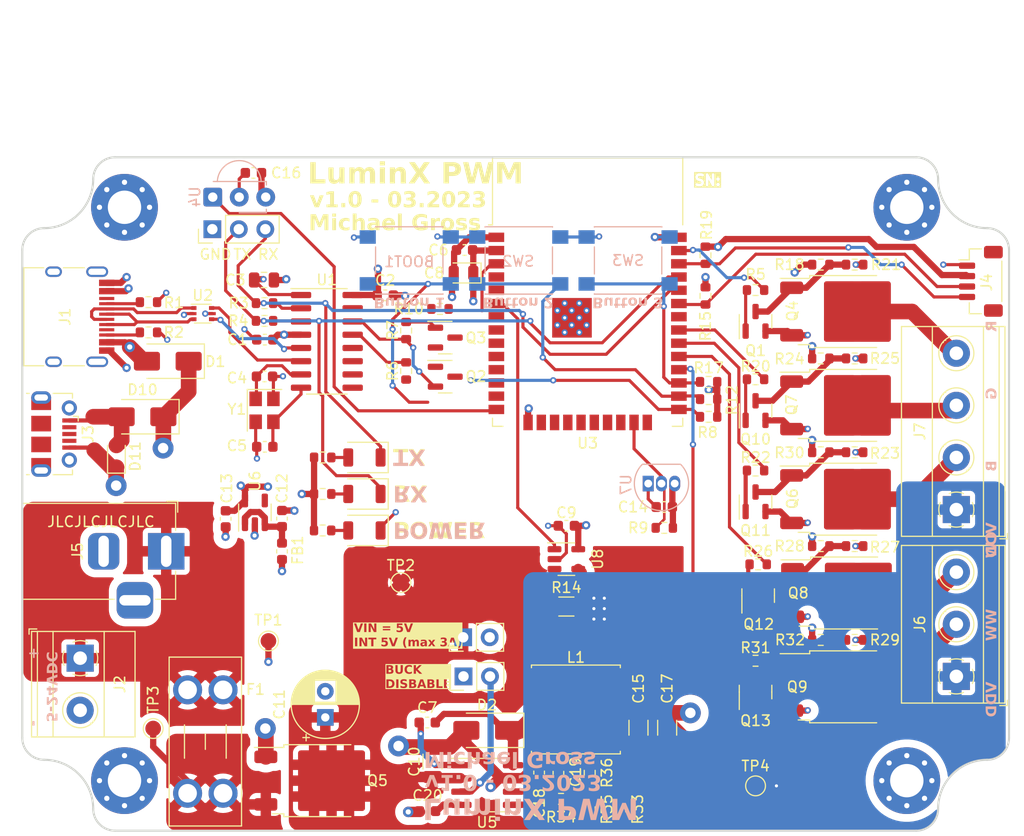
<source format=kicad_pcb>
(kicad_pcb (version 20221018) (generator pcbnew)
  (title_block (title "LuminX PWM") (date "2023-03-27") (rev "1.0") (company "Michael Gross"))
  (layers (0 "F.Cu" signal "Front") (1 "In1.Cu" signal) (2 "In2.Cu" signal) (31 "B.Cu" signal "Back") (34 "B.Paste" user) (35 "F.Paste" user) (36 "B.SilkS" user "B.Silkscreen") (37 "F.SilkS" user "F.Silkscreen") (38 "B.Mask" user) (39 "F.Mask" user) (44 "Edge.Cuts" user))
  (net 0 "")
  (net 1 "Net-(BOOT1-Pad1)")
  (net 2 "+3V3")
  (net 3 "GND")
  (net 4 "+5V")
  (net 5 "VOUT_LED")
  (net 6 "VIN")
  (net 7 "USB_D+")
  (net 8 "USB_D-")
  (net 9 "IO0")
  (net 10 "Net-(D4-A)")
  (net 11 "EN")
  (net 12 "SW2")
  (net 13 "SW3")
  (net 14 "Net-(D5-A)")
  (net 15 "Net-(D6-A)")
  (net 16 "Net-(J1-CC1)")
  (net 18 "/Power+USB/VBUS_MICROUSB")
  (net 19 "Net-(J1-CC2)")
  (net 27 "Net-(Q2-B)")
  (net 28 "Net-(Q3-B)")
  (net 29 "Net-(U1-TXD)")
  (net 30 "Net-(U1-RXD)")
  (net 32 "IR_CTRL")
  (net 50 "ESP32_TX")
  (net 51 "ESP32_RX")
  (net 52 "/ESP32+CH340/CH340_XI")
  (net 53 "/ESP32+CH340/CH340_XO")
  (net 54 "Net-(U6-EN)")
  (net 55 "/Power+USB/VBUS_USBC")
  (net 56 "/Power+USB/D+")
  (net 57 "/Power+USB/D-")
  (net 58 "/Power+USB/VIN_RAW")
  (net 59 "/ESP32+CH340/nRTS")
  (net 60 "/ESP32+CH340/nDTR")
  (net 61 "TEMP")
  (net 62 "/Power+USB/VIN_RPP")
  (net 63 "SDA")
  (net 64 "SCL")
  (net 68 "V_CTRL_BLUE")
  (net 69 "V_CTRL_RED")
  (net 70 "V_CTRL_GREEN")
  (net 71 "V_CTRL_CW")
  (net 73 "V_CTRL_WW")
  (net 74 "Net-(D2-K)")
  (net 75 "V-_CW")
  (net 76 "V-_WW")
  (net 77 "V-_RED")
  (net 78 "Net-(Q1-B)")
  (net 79 "Net-(Q1-C)")
  (net 80 "V-_BLUE")
  (net 81 "V-_GREEN")
  (net 82 "Net-(Q11-C)")
  (net 83 "Net-(Q10-C)")
  (net 84 "Net-(Q12-C)")
  (net 85 "Net-(Q13-C)")
  (net 86 "Net-(Q10-B)")
  (net 87 "Net-(Q11-B)")
  (net 88 "Net-(Q12-B)")
  (net 89 "Net-(Q13-B)")
  (net 90 "Net-(U5-COMP)")
  (net 91 "Net-(C19-Pad1)")
  (net 92 "Net-(U5-SS)")
  (net 93 "Net-(JP1-B)")
  (net 94 "Net-(U5-VSENSE)")
  (net 95 "Net-(R35-Pad1)")
  (net 96 "V_SENSE")
  (net 97 "Net-(U5-BOOT)")
  (footprint "Diode_SMD:D_SMA" (layer "F.Cu") (at 104.225 95.5925 180)
    (fp_text reference "D10")
    (fp_text value "SS34")
  )
  (footprint "TestPoint:TestPoint_Pad_D1.5mm" (layer "F.Cu") (at 116.3 117.1)
    (fp_text reference "TP1")
    (fp_text value "TestPoint")
  )
  (footprint "Connector_PinHeader_2.54mm:PinHeader_1x03_P2.54mm_Vertical" (layer "F.Cu") (at 110.92 77.6 90)
    (fp_text reference "J9" hide)
    (fp_text value "Conn_01x03_Pin")
  )
  (footprint "Resistor_SMD:R_0603_1608Metric" (layer "F.Cu") (at 158.5 93.9 180)
    (fp_text reference "R12")
    (fp_text value "10k")
  )
  (footprint "Resistor_SMD:R_0603_1608Metric" (layer "F.Cu") (at 121.4925 106.5)
    (fp_text reference "R16" hide)
    (fp_text value "1k")
  )
  (footprint "TestPoint:TestPoint_Pad_D1.5mm" (layer "F.Cu") (at 163 131)
    (fp_text reference "TP4")
    (fp_text value "TestPoint")
  )
  (footprint "Crystal:Crystal_SMD_3225-4Pin_3.2x2.5mm" (layer "F.Cu") (at 115.925 94.975 -90)
    (fp_text reference "Y1")
    (fp_text value "12MHz")
  )
  (footprint "Resistor_SMD:R_0603_1608Metric" (layer "F.Cu") (at 129.5 91.2 -90)
    (fp_text reference "R6")
    (fp_text value "10k")
  )
  (footprint "Resistor_SMD:R_0603_1608Metric" (layer "F.Cu") (at 150.025 133.25 90)
    (fp_text reference "R33")
    (fp_text value "10k")
  )
  (footprint "Resistor_SMD:R_0603_1608Metric" (layer "F.Cu") (at 147.1 129.75 -90)
    (fp_text reference "R36")
    (fp_text value "680")
  )
  (footprint "Package_SO:SOIC-16_3.9x9.9mm_P1.27mm" (layer "F.Cu") (at 121.9 88.36)
    (fp_text reference "U1")
    (fp_text value "CH340G")
  )
  (footprint "Resistor_SMD:R_0603_1608Metric" (layer "F.Cu") (at 115.925 84.695 180)
    (fp_text reference "R3")
    (fp_text value "470R")
  )
  (footprint "MountingHole:MountingHole_3.2mm_M3_Pad_Via" (layer "F.Cu") (at 102.5 130.5)
    (fp_text reference "H4" hide)
    (fp_text value "MountingHole")
  )
  (footprint "Diode_SMD:D_SMA" (layer "F.Cu") (at 137.275 125.675 180)
    (fp_text reference "D2")
    (fp_text value "SS54")
  )
  (footprint "Connector_JST:JST_SH_BM04B-SRSS-TB_1x04-1MP_P1.00mm_Vertical" (layer "F.Cu") (at 184.6 82.6 -90)
    (fp_text reference "J4")
    (fp_text value "Conn_01x04_Pin")
  )
  (footprint "Resistor_SMD:R_0603_1608Metric" (layer "F.Cu") (at 158.2 84 -90)
    (fp_text reference "R15")
    (fp_text value "4k7")
  )
  (footprint "Capacitor_SMD:C_0603_1608Metric" (layer "F.Cu") (at 114.86 72.2 180)
    (fp_text reference "C16")
    (fp_text value "100n")
  )
  (footprint "LED_SMD:LED_1206_3216Metric_ReverseMount_Hole1.8x2.4mm" (layer "F.Cu") (at 125.5 99.5 180)
    (fp_text reference "D5" hide)
    (fp_text value "GREEN")
  )
  (footprint "Resistor_SMD:R_0603_1608Metric" (layer "F.Cu") (at 169.25 99 180)
    (fp_text reference "R30")
    (fp_text value "10k")
  )
  (footprint "Connector_USB:USB_C_Receptacle_HRO_TYPE-C-31-M-12" (layer "F.Cu") (at 96.75 86 -90)
    (fp_text reference "J1")
    (fp_text value "USB_C_Receptacle_USB2.0")
  )
  (footprint "Fuse:Fuseholder_Blade_Mini_Keystone_3568" (layer "F.Cu") (at 111.95 121.79 -90)
    (fp_text reference "F1")
    (fp_text value "10A")
  )
  (footprint "Package_TO_SOT_SMD:TO-252-2" (layer "F.Cu") (at 171.5 103.5)
    (fp_text reference "Q6")
    (fp_text value "IRLR8726")
  )
  (footprint "Capacitor_SMD:C_0603_1608Metric" (layer "F.Cu") (at 154.25 104.25 180)
    (fp_text reference "C14")
    (fp_text value "100n")
  )
  (footprint "Capacitor_SMD:C_1206_3216Metric" (layer "F.Cu") (at 132.025 128.675 90)
    (fp_text reference "C10")
    (fp_text value "10u")
  )
  (footprint "Resistor_SMD:R_0603_1608Metric" (layer "F.Cu") (at 163.25 109.75 180)
    (fp_text reference "R26")
    (fp_text value "1k")
  )
  (footprint "Capacitor_SMD:C_0603_1608Metric" (layer "F.Cu") (at 131.525 124.925)
    (fp_text reference "C7")
    (fp_text value "100n")
  )
  (footprint "Package_TO_SOT_SMD:SOT-23" (layer "F.Cu") (at 133.25 91.75)
    (fp_text reference "Q2")
    (fp_text value "BC847")
  )
  (footprint "Resistor_SMD:R_0603_1608Metric" (layer "F.Cu") (at 158.5 95.6 180)
    (fp_text reference "R8")
    (fp_text value "10k")
  )
  (footprint "Resistor_SMD:R_0603_1608Metric" (layer "F.Cu") (at 144.35 132.25 180)
    (fp_text reference "R34")
    (fp_text value "33k")
  )
  (footprint "Resistor_SMD:R_0603_1608Metric" (layer "F.Cu") (at 169.25 90 180)
    (fp_text reference "R24")
    (fp_text value "10k")
  )
  (footprint "Capacitor_SMD:C_0603_1608Metric" (layer "F.Cu") (at 131.55 133.425 180)
    (fp_text reference "C20")
    (fp_text value "8n2")
  )
  (footprint "Capacitor_SMD:C_0603_1608Metric" (layer "F.Cu") (at 115.95 88.195 180)
    (fp_text reference "C1")
    (fp_text value "100n")
  )
  (footprint "Package_TO_SOT_SMD:SOT-23" (layer "F.Cu") (at 163 103.75 90)
    (fp_text reference "Q11")
    (fp_text value "BC847")
  )
  (footprint "Capacitor_SMD:C_0603_1608Metric" (layer "F.Cu") (at 127.5 83.945)
    (fp_text reference "C2")
    (fp_text value "100n")
  )
  (footprint "Resistor_SMD:R_0603_1608Metric" (layer "F.Cu") (at 121.5 103)
    (fp_text reference "R11" hide)
    (fp_text value "1k")
  )
  (footprint "Capacitor_SMD:C_1206_3216Metric" (layer "F.Cu") (at 151.775 125.425 -90)
    (fp_text reference "C15")
    (fp_text value "22u")
  )
  (footprint "MountingHole:MountingHole_3.2mm_M3_Pad_Via" (layer "F.Cu") (at 102.5 75.5)
    (fp_text reference "H1" hide)
    (fp_text value "MountingHole")
  )
  (footprint "Diode_SMD:D_SMA" (layer "F.Cu") (at 106.65 90.2625 180)
    (fp_text reference "D1")
    (fp_text value "SS34")
  )
  (footprint "Capacitor_SMD:C_0603_1608Metric" (layer "F.Cu") (at 144.1 129.75 90)
    (fp_text reference "C19")
    (fp_text value "1n")
  )
  (footprint "Package_TO_SOT_SMD:SOT-666" (layer "F.Cu") (at 110 85.7)
    (fp_text reference "U2")
    (fp_text value "USBLC6-2P6")
  )
  (footprint "Package_TO_SOT_SMD:TO-252-2" (layer "F.Cu") (at 171.5 85.5)
    (fp_text reference "Q4")
    (fp_text value "IRLR8726")
  )
  (footprint "Connector_BarrelJack:BarrelJack_Horizontal" (layer "F.Cu") (at 106.5 108.5)
    (fp_text reference "J5")
    (fp_text value "Barrel_Jack_Switch")
  )
  (footprint "Resistor_SMD:R_0603_1608Metric" (layer "F.Cu") (at 172.5 99 180)
    (fp_text reference "R23")
    (fp_text value "100k")
  )
  (footprint "Diode_SMD:D_0805_2012Metric" (layer "F.Cu") (at 135 81.8 180)
    (fp_text reference "C8")
    (fp_text value "10u")
  )
  (footprint "Package_TO_SOT_SMD:SOT-23" (layer "F.Cu") (at 163 86.4375 90)
    (fp_text reference "Q1")
    (fp_text value "BC847")
  )
  (footprint "Resistor_SMD:R_0603_1608Metric" (layer "F.Cu") (at 158.2 80.1 -90)
    (fp_text reference "R19")
    (fp_text value "4k7")
  )
  (footprint "Resistor_SMD:R_0603_1608Metric" (layer "F.Cu") (at 163 83.4375 180)
    (fp_text reference "R5")
    (fp_text value "1k")
  )
  (footprint "TerminalBlock_Phoenix:TerminalBlock_Phoenix_MKDS-1,5-2_1x02_P5.00mm_Horizontal" (layer "F.Cu") (at 98.25 118.75 -90)
    (fp_text reference "J2")
    (fp_text value "5mm Screw Terminal")
  )
  (footprint "Package_TO_SOT_SMD:SOT-23-5" (layer "F.Cu") (at 144.8625 109.25)
    (fp_text reference "U8")
    (fp_text value "INA180A1")
  )
  (footprint "Connector_PinHeader_2.54mm:PinHeader_1x02_P2.54mm_Vertical" (layer "F.Cu") (at 135 120.5 90)
    (fp_text reference "JP1" hide)
    (fp_text value "Jumper_2_Open")
  )
  (footprint "Resistor_SMD:R_0603_1608Metric" (layer "F.Cu") (at 158.5 92.25 180)
    (fp_text reference "R17")
    (fp_text value "10k")
  )
  (footprint "LED_SMD:LED_1206_3216Metric_ReverseMount_Hole1.8x2.4mm" (layer "F.Cu") (at 125.5 103 180)
    (fp_text reference "D4" hide)
    (fp_text value "YELLOW")
  )
  (footprint "Resistor_SMD:R_0603_1608Metric" (layer "F.Cu") (at 154.25 106.25 180)
    (fp_text reference "R9")
    (fp_text value "10k")
  )
  (footprint "Resistor_SMD:R_0603_1608Metric" (layer "F.Cu") (at 104.8 84.6)
    (fp_text reference "R1")
    (fp_text value "5k1")
  )
  (footprint "Package_TO_SOT_SMD:SOT-23" (layer "F.Cu") (at 133.25 88)
    (fp_text reference "Q3")
    (fp_text value "BC847")
  )
  (footprint "Package_TO_SOT_SMD:TO-252-2" (layer "F.Cu") (at 171.5 121.5)
    (fp_text reference "Q9")
    (fp_text value "IRLR8726")
  )
  (footprint "Resistor_SMD:R_0603_1608Metric" (layer "F.Cu") (at 172.5 108 180)
    (fp_text reference "R27")
    (fp_text value "100k")
  )
  (footprint "Inductor_SMD:L_0603_1608Metric" (layer "F.Cu") (at 117.6 108.5 90)
    (fp_text reference "FB1")
    (fp_text value "100R")
  )
  (footprint "Connector_USB:USB_Micro-B_Molex-105017-0001" (layer "F.Cu") (at 95.75 97.25 -90)
    (fp_text reference "J3")
    (fp_text value "USB_B_Micro")
  )
  (footprint "Resistor_SMD:R_0603_1608Metric" (layer "F.Cu") (at 121.5 99.5)
    (fp_text reference "R13" hide)
    (fp_text value "1k")
  )
  (footprint "Resistor_SMD:R_0603_1608Metric" (layer "F.Cu") (at 115.925 86.395 180)
    (fp_text reference "R4")
    (fp_text value "470R")
  )
  (footprint "TestPoint:TestPoint_Pad_D1.5mm" (layer "F.Cu") (at 129 111.5)
    (fp_text reference "TP2")
    (fp_text value "TestPoint")
  )
  (footprint "Capacitor_SMD:C_1206_3216Metric" (layer "F.Cu") (at 154.525 125.425 -90)
    (fp_text reference "C17")
    (fp_text value "22u")
  )
  (footprint "MountingHole:MountingHole_3.2mm_M3_Pad_Via" (layer "F.Cu") (at 177.5 75.5)
    (fp_text reference "H2" hide)
    (fp_text value "MountingHole")
  )
  (footprint "RF_Module:ESP32-WROOM-32D" (layer "F.Cu") (at 146.9 86.63)
    (fp_text reference "U3")
    (fp_text value "ESP32-WROOM-32D")
  )
  (footprint "Package_SO:SOIC-8_3.9x4.9mm_P1.27mm" (layer "F.Cu") (at 137.275 130.925)
    (fp_text reference "U5")
    (fp_text value "TPS54332")
  )
  (footprint "Resistor_SMD:R_0603_1608Metric" (layer "F.Cu") (at 172.5 90 180)
    (fp_text reference "R25")
    (fp_text value "100k")
  )
  (footprint "Inductor_SMD:L_Sunlord_SWPA8040S" (layer "F.Cu") (at 145.775 123.675)
    (fp_text reference "L1")
    (fp_text value "10u/3A")
  )
  (footprint "MountingHole:MountingHole_3.2mm_M3_Pad_Via" (layer "F.Cu") (at 177.5 130.5)
    (fp_text reference "H3" hide)
    (fp_text value "MountingHole")
  )
  (footprint "Capacitor_SMD:C_0603_1608Metric" (layer "F.Cu") (at 135.1 79.6 180)
    (fp_text reference "C6")
    (fp_text value "100n")
  )
  (footprint "Resistor_SMD:R_0603_1608Metric" (layer "F.Cu") (at 104.8 87.5)
    (fp_text reference "R2")
    (fp_text value "5k1")
  )
  (footprint "Resistor_SMD:R_0603_1608Metric" (layer "F.Cu") (at 169.25 81 180)
    (fp_text reference "R18")
    (fp_text value "10k")
  )
  (footprint "TestPoint:TestPoint_Pad_D1.5mm" (layer "F.Cu") (at 105.25 125.5)
    (fp_text reference "TP3")
    (fp_text value "TestPoint")
  )
  (footprint "Resistor_SMD:R_0603_1608Metric" (layer "F.Cu") (at 147.1 133.25 -90)
    (fp_text reference "R35")
    (fp_text value "1k2")
  )
  (footprint "Resistor_SMD:R_0603_1608Metric" (layer "F.Cu") (at 172.5 117 180)
    (fp_text reference "R29")
    (fp_text value "100k")
  )
  (footprint "Resistor_SMD:R_0603_1608Metric" (layer "F.Cu") (at 172.5 81 180)
    (fp_text reference "R21")
    (fp_text value "100k")
  )
  (footprint "Package_TO_SOT_SMD:SOT-23" (layer "F.Cu") (at 163.25 112.75 90)
    (fp_text reference "Q12")
    (fp_text value "BC847")
  )
  (footprint "Resistor_SMD:R_0603_1608Metric" (layer "F.Cu") (at 169.25 108 180)
    (fp_text reference "R28")
    (fp_text value "10k")
  )
  (footprint "Resistor_SMD:R_0603_1608Metric" (layer "F.Cu") (at 132.75 85.25 180)
    (fp_text reference "R10")
    (fp_text value "470R")
  )
  (footprint "Resistor_SMD:R_0603_1608Metric" (layer "F.Cu") (at 129.5 87.325 90)
    (fp_text reference "R7")
    (fp_text value "10k")
  )
  (footprint "Diode_SMD:D_SOD-323" (layer "F.Cu") (at 101.725 99.3925 90)
    (fp_text reference "D11")
    (fp_text value "SD12C")
  )
  (footprint "Capacitor_SMD:C_0603_1608Metric" (layer "F.Cu") (at 115.925 91.725)
    (fp_text reference "C4")
    (fp_text value "30p")
  )
  (footprint "Capacitor_SMD:C_0603_1608Metric" (layer "F.Cu") (at 144.8625 106.05 180)
    (fp_text reference "C9")
    (fp_text value "100n")
  )
  (footprint "Capacitor_THT:CP_Radial_D6.3mm_P2.50mm" (layer "F.Cu") (at 121.75 124.43238 90)
    (fp_text reference "C11")
    (fp_text value "100u/35V")
  )
  (footprint "Package_TO_SOT_SMD:TO-252-2" (layer "F.Cu") (at 171.5 94.5)
    (fp_text reference "Q7")
    (fp_text value "IRLR8726")
  )
  (footprint "TerminalBlock_Phoenix:TerminalBlock_Phoenix_MKDS-1,5-4_1x04_P5.00mm_Horizontal" (layer "F.Cu") (at 182.25 104.5 90)
    (fp_text reference "J7")
    (fp_text value "5mm Screw Terminal")
  )
  (footprint "Resistor_SMD:R_0603_1608Metric" (layer "F.Cu") (at 163 119 180)
    (fp_text reference "R31")
    (fp_text value "1k")
  )
  (footprint "Resistor_SMD:R_0603_1608Metric" (layer "F.Cu") (at 169.25 117 180)
    (fp_text reference "R32")
    (fp_text value "10k")
  )
  (footprint "Capacitor_SMD:C_0603_1608Metric" (layer "F.Cu") (at 142.25 129.725 90)
    (fp_text reference "C18")
    (fp_text value "10p")
  )
  (footprint "TerminalBlock_Phoenix:TerminalBlock_Phoenix_MKDS-1,5-3_1x03_P5.00mm_Horizontal" (layer "F.Cu") (at 182.25 120.5 90)
    (fp_text reference "J6")
    (fp_text value "Screw_Terminal_01x03")
  )
  (footprint "Package_TO_SOT_SMD:SOT-23" (layer "F.Cu") (at 163 122 90)
    (fp_text reference "Q13")
    (fp_text value "BC847")
  )
  (footprint "Resistor_SMD:R_0603_1608Metric" (layer "F.Cu") (at 163 92 180)
    (fp_text reference "R20")
    (fp_text value "1k")
  )
  (footprint "LED_SMD:LED_1206_3216Metric_ReverseMount_Hole1.8x2.4mm" (layer "F.Cu") (at 125.5 106.5 180)
    (fp_text reference "D6" hide)
    (fp_text value "GREEN")
  )
  (footprint "Package_TO_SOT_SMD:TO-252-2" (layer "F.Cu") (at 121.09 130.5)
    (fp_text reference "Q5")
    (fp_text value "WSF70P03")
  )
  (footprint "Capacitor_SMD:C_0603_1608Metric" (layer "F.Cu") (at 117.6 105.3625 90)
    (fp_text reference "C12")
    (fp_text value "1u")
  )
  (footprint "Capacitor_SMD:C_0603_1608Metric" (layer "F.Cu") (at 115.95 98.475 180)
    (fp_text reference "C5")
    (fp_text value "30p")
  )
  (footprint "Package_TO_SOT_SMD:TO-252-2" (layer "F.Cu") (at 171.59 112.5)
    (fp_text reference "Q8")
    (fp_text value "IRLR8726")
  )
  (footprint "Package_TO_SOT_SMD:SOT-23-5" (layer "F.Cu") (at 115 104.7625 90)
    (fp_text reference "U6")
    (fp_text value "AP2112K-3.3")
  )
  (footprint "Connector_PinHeader_2.54mm:PinHeader_1x02_P2.54mm_Vertical" (layer "F.Cu") (at 134.97 116.75 90)
    (fp_text reference "JP3" hide)
    (fp_text value "Jumper_2_Open")
  )
  (footprint "Capacitor_SMD:C_0805_2012Metric" (layer "F.Cu") (at 115.875 82.475 180)
    (fp_text reference "C3")
    (fp_text value "10u")
  )
  (footprint "Package_TO_SOT_SMD:SOT-23" (layer "F.Cu") (at 163 95 90)
    (fp_text reference "Q10")
    (fp_text value "BC847")
  )
  (footprint "Capacitor_SMD:C_0603_1608Metric" (layer "F.Cu") (at 112.2 105.3875 -90)
    (fp_text reference "C13")
    (fp_text value "1u")
  )
  (footprint "Resistor_SMD:R_0603_1608Metric" (layer "F.Cu") (at 163 100.75 180)
    (fp_text reference "R22")
    (fp_text value "1k")
  )
  (footprint "Resistor_SMD:R_1206_3216Metric" (layer "F.Cu") (at 144.8625 113.8)
    (fp_text reference "R14")
    (fp_text value "0.1R")
  )
  (footprint "Package_TO_SOT_THT:TO-92_Inline" (layer "B.Cu") (at 152.71 102)
    (fp_text reference "U7")
    (fp_text value "DS18B20")
  )
  (footprint "Button_Switch_SMD:SW_SPST_PTS645" (layer "B.Cu") (at 129.8 80.6)
    (fp_text reference "BOOT1")
    (fp_text value "SW_Push")
  )
  (footprint "Button_Switch_SMD:SW_SPST_PTS645" (layer "B.Cu") (at 140.3 80.6)
    (fp_text reference "SW2")
    (fp_text value "SW_Push")
  )
  (footprint "OptoDevice:Vishay_MINICAST-3Pin" (layer "B.Cu") (at 110.96 74.525)
    (fp_text reference "U4")
    (fp_text value "TSOP382xx")
  )
  (footprint "Button_Switch_SMD:SW_SPST_PTS645" (layer "B.Cu") (at 150.78 80.6)
    (fp_text reference "SW3")
    (fp_text value "SW_Push")
  )
  (gr_arc (start 180.50013 133.200162) (mid 179.884937 134.684946) (end 178.400148 135.300148) (stroke (width 0.2)) (layer "Edge.Cuts"))
  (gr_arc (start 101.599851 135.300148) (mid 100.115031 134.685176) (end 99.499851 133.200442) (stroke (width 0.2)) (layer "Edge.Cuts"))
  (gr_arc (start 178.399851 70.700148) (mid 179.884671 71.31512) (end 180.499851 72.799854) (stroke (width 0.2)) (layer "Edge.Cuts"))
  (gr_arc (start 185.199865 77.499869) (mid 181.876682 76.123061) (end 180.499851 72.799854) (stroke (width 0.2)) (layer "Edge.Cuts"))
  (gr_line (start 92.699851 79.600148) (end 92.69985 126.400445) (stroke (width 0.2)) (layer "Edge.Cuts"))
  (gr_arc (start 94.799837 128.500427) (mid 93.315023 127.885264) (end 92.69985 126.400445) (stroke (width 0.2)) (layer "Edge.Cuts"))
  (gr_arc (start 180.50013 133.200162) (mid 181.876932 129.876944) (end 185.200144 128.500148) (stroke (width 0.2)) (layer "Edge.Cuts"))
  (gr_arc (start 99.499571 72.800134) (mid 98.122777 76.123354) (end 94.799557 77.500148) (stroke (width 0.2)) (layer "Edge.Cuts"))
  (gr_arc (start 185.199865 77.499869) (mid 186.684679 78.115032) (end 187.299851 79.599851) (stroke (width 0.2)) (layer "Edge.Cuts"))
  (gr_arc (start 187.299851 126.400148) (mid 186.684879 127.884969) (end 185.200144 128.500148) (stroke (width 0.2)) (layer "Edge.Cuts"))
  (gr_line (start 178.399851 70.700148) (end 101.599553 70.700148) (stroke (width 0.2)) (layer "Edge.Cuts"))
  (gr_arc (start 99.499571 72.800134) (mid 100.114734 71.31532) (end 101.599553 70.700148) (stroke (width 0.2)) (layer "Edge.Cuts"))
  (gr_line (start 101.599851 135.300148) (end 178.400148 135.300148) (stroke (width 0.2)) (layer "Edge.Cuts"))
  (gr_arc (start 94.799837 128.500427) (mid 98.12302 129.877235) (end 99.499851 133.200442) (stroke (width 0.2)) (layer "Edge.Cuts"))
  (gr_line (start 187.299851 126.400148) (end 187.299851 79.599851) (stroke (width 0.2)) (layer "Edge.Cuts"))
  (gr_arc (start 92.699851 79.600148) (mid 93.314823 78.115328) (end 94.799557 77.500148) (stroke (width 0.2)) (layer "Edge.Cuts"))
  (gr_text "Button 1" (at 129.8 84 180) (layer "B.SilkS") (effects (font (size 1 1) (thickness 0.2) bold) (justify bottom mirror)))
  (gr_text "Michael Gross" (at 131.181578 127.5 180) (layer "B.SilkS") (effects (font (size 1.5 1.5) (thickness 0.2) bold) (justify left bottom mirror)))
  (gr_text "v1.0 - 03.2023" (at 131.281578 129.7 180) (layer "B.SilkS") (effects (font (size 1.5 1.5) (thickness 0.2) bold) (justify left bottom mirror)))
  (gr_text "LuminX PWM" (at 131.081578 131.9 180) (layer "B.SilkS") (effects (font (size 2 2) (thickness 0.4) bold) (justify left bottom mirror)))
  (gr_text "RX" (at 128.25 102 -180) (layer "B.SilkS") (effects (font (size 1.524 1.524) (thickness 0.3048) bold) (justify left bottom mirror)))
  (gr_text "CW          WW        VDD" (at 186.25 115.5 90) (layer "B.SilkS") (effects (font (size 1 1) (thickness 0.2) bold) (justify bottom mirror)))
  (gr_text "Button 3" (at 150.75 84 180) (layer "B.SilkS") (effects (font (size 1 1) (thickness 0.2) bold) (justify bottom mirror)))
  (gr_text "R           G            B          VDD" (at 186.25 97.75 90) (layer "B.SilkS") (effects (font (size 1 1) (thickness 0.2) bold) (justify bottom mirror)))
  (gr_text "POWER" (at 128.25 105.5 180) (layer "B.SilkS") (effects (font (size 1.524 1.524) (thickness 0.3048) bold) (justify left bottom mirror)))
  (gr_text "TX" (at 128.25 98.5 -180) (layer "B.SilkS") (effects (font (size 1.524 1.524) (thickness 0.3048) bold) (justify left bottom mirror)))
  (gr_text "Button 2" (at 140.25 84 180) (layer "B.SilkS") (effects (font (size 1 1) (thickness 0.2) bold) (justify bottom mirror)))
  (gr_text "5-24VDC\n-            +" (at 93.2 121.5 270) (layer "B.SilkS") (effects (font (size 1 1) (thickness 0.2) bold) (justify bottom mirror)))
  (gr_text "VIN = 5V\nINT 5V (max 3A)" (at 124.495 117.75) (layer "F.SilkS" knockout) (effects (font (size 0.8128 0.8128) (thickness 0.1524) bold) (justify left bottom)))
  (gr_text "RX" (at 128.25 104) (layer "F.SilkS") (effects (font (size 1.524 1.524) (thickness 0.3048) bold) (justify left bottom)))
  (gr_text "TX" (at 112.85 80.6) (layer "F.SilkS") (effects (font (size 1 1)) (justify left bottom)))
  (gr_text "POWER" (at 128.25 107.5) (layer "F.SilkS") (effects (font (size 1.524 1.524) (thickness 0.3048) bold) (justify left bottom)))
  (gr_text "GND" (at 109.6 80.6) (layer "F.SilkS") (effects (font (size 1 1)) (justify left bottom)))
  (gr_text "LuminX PWM" (at 120.05 73.55) (layer "F.SilkS") (effects (font (size 2 2) (thickness 0.4) bold) (justify left bottom)))
  (gr_text "TX" (at 128.25 100.5) (layer "F.SilkS") (effects (font (size 1.524 1.524) (thickness 0.3048) bold) (justify left bottom)))
  (gr_text "RX" (at 115.2 80.6) (layer "F.SilkS") (effects (font (size 1 1)) (justify left bottom)))
  (gr_text "v1.0 - 03.2023" (at 120.25 75.75) (layer "F.SilkS") (effects (font (size 1.5 1.5) (thickness 0.2) bold) (justify left bottom)))
  (gr_text "JLCJLCJLCJLC" (at 95 106.25) (layer "F.SilkS") (effects (font (size 1 1)) (justify left bottom)))
  (gr_text "Michael Gross" (at 120.15 77.95) (layer "F.SilkS") (effects (font (size 1.5 1.5) (thickness 0.2) bold) (justify left bottom)))
  (gr_text "SN:					" (at 157 73.5) (layer "F.SilkS" knockout) (effects (font (size 1 1) (thickness 0.25) bold) (justify left bottom)))
  (gr_text "BUCK\nDISBABLE" (at 127.5 121.75) (layer "F.SilkS" knockout) (effects (font (size 0.8128 0.8128) (thickness 0.1524) bold) (justify left bottom)))
  (segment (start 128.2 87.2) (end 128.2 86.260661) (width 0.3) (layer "F.Cu") (net 1))
  (segment (start 128.2 86.260661) (end 131.6 82.860661) (width 0.3) (layer "F.Cu") (net 1))
  (segment (start 129.8 94.2) (end 131.575 94.2) (width 0.3) (layer "F.Cu") (net 1))
  (segment (start 128.2 92.6) (end 129.8 94.2) (width 0.3) (layer "F.Cu") (net 1))
  (segment (start 131.6 82.860661) (end 131.6 82.85) (width 0.3) (layer "F.Cu") (net 1))
  (via (at 131.6 82.85) (size 0.6) (drill 0.3) (layers "F.Cu" "B.Cu") (net 1))
  (via (at 128.2 87.2) (size 0.6) (drill 0.3) (layers "F.Cu" "B.Cu") (net 1))
  (via (at 128.2 92.6) (size 0.6) (drill 0.3) (layers "F.Cu" "B.Cu") (net 1))
  (segment (start 128.2 92.6) (end 128.2 87.2) (width 0.3) (layer "B.Cu") (net 1))
  (segment (start 131.6 82.85) (end 133.78 82.85) (width 0.3) (layer "B.Cu") (net 1))
  (segment (start 125.82 82.85) (end 131.6 82.85) (width 0.3) (layer "B.Cu") (net 1))
  (segment (start 146 106.4125) (end 145.6375 106.05) (width 0.6) (layer "F.Cu") (net 2))
  (segment (start 155.025 102.225) (end 155.25 102) (width 0.6) (layer "F.Cu") (net 2))
  (segment (start 112.2 104.6125) (end 113.0625 104.6125) (width 0.6) (layer "F.Cu") (net 2))
  (segment (start 126.8 81.4) (end 126.8 83.87) (width 0.6) (layer "F.Cu") (net 2))
  (segment (start 124.375 83.915) (end 126.695 83.915) (width 0.6) (layer "F.Cu") (net 2))
  (segment (start 135.925 79.65) (end 135.875 79.6) (width 0.6) (layer "F.Cu") (net 2))
  (segment (start 183.175 82) (end 180.868629 82) (width 0.6) (layer "F.Cu") (net 2))
  (segment (start 120.6675 103.0075) (end 120.675 103) (width 0.6) (layer "F.Cu") (net 2))
  (segment (start 155.075 104.3) (end 155.025 104.25) (width 0.6) (layer "F.Cu") (net 2))
  (segment (start 120.675 99.5) (end 120.675 103) (width 0.6) (layer "F.Cu") (net 2))
  (segment (start 160.1495 78.5505) (end 159.4 79.3) (width 0.6) (layer "F.Cu") (net 2))
  (segment (start 159.325 93) (end 159.325 92.25) (width 0.6) (layer "F.Cu") (net 2))
  (segment (start 173.8505 78.5505) (end 160.1495 78.5505) (width 0.6) (layer "F.Cu") (net 2))
  (segment (start 119.425 87.725) (end 117.195 87.725) (width 0.6) (layer "F.Cu") (net 2))
  (segment (start 126.8 83.87) (end 126.725 83.945) (width 0.6) (layer "F.Cu") (net 2))
  (segment (start 126.695 83.915) (end 126.725 83.945) (width 0.6) (layer "F.Cu") (net 2))
  (segment (start 138.15 79.65) (end 135.925 79.65) (width 0.6) (layer "F.Cu") (net 2))
  (segment (start 114.35 102.3) (end 116.25 102.3) (width 0.6) (layer "F.Cu") (net 2))
  (segment (start 159.375 79.275) (end 159.4 79.3) (width 0.6) (layer "F.Cu") (net 2))
  (segment (start 158.511532 93.008765) (end 158.520297 93) (width 0.6) (layer "F.Cu") (net 2))
  (segment (start 114.05 102.6) (end 113.65 102.2) (width 0.6) (layer "F.Cu") (net 2))
  (segment (start 180.868629 82) (end 178.168629 79.3) (width 0.6) (layer "F.Cu") (net 2))
  (segment (start 158.2 79.275) (end 159.375 79.275) (width 0.6) (layer "F.Cu") (net 2))
  (segment (start 146.7 106.05) (end 145.6375 106.05) (width 0.6) (layer "F.Cu") (net 2))
  (segment (start 120.6675 106.5) (end 120.6675 103.0075) (width 0.6) (layer "F.Cu") (net 2))
  (segment (start 155.075 106.25) (end 155.075 104.3) (width 0.6) (layer "F.Cu") (net 2))
  (segment (start 158.2 83.175) (end 158.2 82.2) (width 0.6) (layer "F.Cu") (net 2))
  (segment (start 183.275 82.1) (end 183.175 82) (width 0.6) (layer "F.Cu") (net 2))
  (segment (start 114.05 102.6) (end 114.35 102.3) (width 0.6) (layer "F.Cu") (net 2))
  (segment (start 135.9375 81.8) (end 135.9375 79.6625) (width 0.6) (layer "F.Cu") (net 2))
  (segment (start 159.325 93.9) (end 159.325 93) (width 0.6) (layer "F.Cu") (net 2))
  (segment (start 113.0625 104.6125) (end 114.05 103.625) (width 0.6) (layer "F.Cu") (net 2))
  (segment (start 135.9375 84.512) (end 135.9375 81.8) (width 0.6) (layer "F.Cu") (net 2))
  (segment (start 116.825 82.475) (end 117.925 82.475) (width 0.6) (layer "F.Cu") (net 2))
  (segment (start 174.6 79.3) (end 173.8505 78.5505) (width 0.6) (layer "F.Cu") (net 2))
  (segment (start 159.325 95.6) (end 159.325 93.9) (width 0.6) (layer "F.Cu") (net 2))
  (segment (start 116.04 74.525) (end 115.635 74.12) (width 0.6) (layer "F.Cu") (net 2))
  (segment (start 115.635 74.12) (end 115.635 72.2) (width 0.6) (layer "F.Cu") (net 2))
  (segment (start 158.520297 93) (end 159.325 93) (width 0.6) (layer "F.Cu") (net 2))
  (segment (start 135.9375 79.6625) (end 135.875 79.6) (width 0.6) (layer "F.Cu") (net 2))
  (segment (start 155.025 104.25) (end 155.025 102.225) (width 0.6) (layer "F.Cu") (net 2))
  (segment (start 178.168629 79.3) (end 174.6 79.3) (width 0.6) (layer "F.Cu") (net 2))
  (segment (start 146.75 106) (end 146.7 106.05) (width 0.6) (layer "F.Cu") (net 2))
  (segment (start 119.5 103) (end 120.675 103) (width 0.6) (layer "F.Cu") (net 2))
  (segment (start 117.195 87.725) (end 116.725 88.195) (width 0.6) (layer "F.Cu") (net 2))
  (segment (start 117.925 82.475) (end 118 82.4) (width 0.6) (layer "F.Cu") (net 2))
  (segment (start 114.05 103.625) (end 114.05 102.6) (width 0.6) (layer "F.Cu") (net 2))
  (segment (start 146 108.3) (end 146 106.4125) (width 0.6) (layer "F.Cu") (net 2))
  (via (at 158.511532 93.008765) (size 0.8) (drill 0.4) (layers "F.Cu" "B.Cu") (net 2))
  (via (at 117.8 87.725) (size 0.8) (drill 0.4) (layers "F.Cu" "B.Cu") (net 2))
  (via (at 146.75 106) (size 0.8) (drill 0.4) (layers "F.Cu" "B.Cu") (net 2))
  (via (at 118 82.4) (size 0.8) (drill 0.4) (layers "F.Cu" "B.Cu") (net 2))
  (via (at 159.4 79.3) (size 0.8) (drill 0.4) (layers "F.Cu" "B.Cu") (net 2))
  (via (at 158.2 82.2) (size 0.8) (drill 0.4) (layers "F.Cu" "B.Cu") (net 2))
  (via (at 126.8 81.4) (size 0.8) (drill 0.4) (layers "F.Cu" "B.Cu") (net 2))
  (via (at 116.25 102.3) (size 0.8) (drill 0.4) (layers "F.Cu" "B.Cu") (net 2))
  (via (at 135.9375 84.512) (size 0.8) (drill 0.4) (layers "F.Cu" "B.Cu") (net 2))
  (via (at 119.5 103) (size 0.8) (drill 0.4) (layers "F.Cu" "B.Cu") (net 2))
  (via (at 113.65 102.2) (size 0.8) (drill 0.4) (layers "F.Cu" "B.Cu") (net 2))
  (segment (start 183.275 81.1) (end 183.175 81) (width 0.3) (layer "F.Cu") (net 3))
  (segment (start 112.2 106.1625) (end 112.2 107.087501) (width 0.6) (layer "F.Cu") (net 3))
  (segment (start 153.475 104.25) (end 152.71 103.485) (width 0.3) (layer "F.Cu") (net 3))
  (segment (start 97.2125 98.55) (end 99.35 98.55) (width 0.4) (layer "F.Cu") (net 3))
  (segment (start 116.7 91.725) (end 117.675 91.725) (width 0.3) (layer "F.Cu") (net 3))
  (segment (start 155.65 78.38) (end 153.38 78.38) (width 0.6) (layer "F.Cu") (net 3))
  (segment (start 134.325 79.6) (end 134.1 79.825) (width 0.6) (layer "F.Cu") (net 3))
  (segment (start 128.875 127.275) (end 133.675 127.275) (width 1.5) (layer "F.Cu") (net 3))
  (segment (start 105.625 84.575) (end 106.5 83.7) (width 0.3) (layer "F.Cu") (net 3))
  (segment (start 151.35 127.75) (end 150.175 128.925) (width 1.5) (layer "F.Cu") (net 3))
  (segment (start 167.97 123.78) (end 168 123.75) (width 0.6) (layer "F.Cu") (net 3))
  (segment (start 127.05 106.5) (end 127.05 106.2) (width 0.3) (layer "F.Cu") (net 3))
  (segment (start 166.55 114.78) (end 167.97 114.78) (width 0.6) (layer "F.Cu") (net 3))
  (segment (start 133.675 127.275) (end 135.275 125.675) (width 1.5) (layer "F.Cu") (net 3))
  (segment (start 140.701852 130.265) (end 142.016852 128.95) (width 1) (layer "F.Cu") (net 3))
  (segment (start 141.25 94.8) (end 141.19 94.86) (width 0.6) (layer "F.Cu") (net 3))
  (segment (start 141.19 94.86) (end 141.19 96.14) (width 0.6) (layer "F.Cu") (net 3))
  (segment (start 135.125 126.125) (end 135.175 126.175) (width 0.6) (layer "F.Cu") (net 3))
  (segment (start 135.545 78.38) (end 134.325 79.6) (width 0.6) (layer "F.Cu") (net 3))
  (segment (start 115.175 99.575) (end 115.2 99.6) (width 0.3) (layer "F.Cu") (net 3))
  (segment (start 127.05 106.2) (end 128.5 104.75) (width 0.3) (layer "F.Cu") (net 3))
  (segment (start 142.016852 128.95) (end 142.25 128.95) (width 1) (layer "F.Cu") (net 3))
  (segment (start 165.4575 113.6875) (end 166.55 114.78) (width 0.6) (layer "F.Cu") (net 3))
  (segment (start 130.825 133.5) (end 129.7 133.5) (width 1) (layer "F.Cu") (net 3))
  (segment (start 142.275 128.925) (end 142.25 128.95) (width 1.5) (layer "F.Cu") (net 3))
  (segment (start 101.7 100.4675) (end 101.725 100.4425) (width 1.5) (layer "F.Cu") (net 3))
  (segment (start 144.0875 106.05) (end 143.1125 106.05) (width 0.3) (layer "F.Cu") (net 3))
  (segment (start 163.95 95.9375) (end 165.6175 95.9375) (width 0.6) (layer "F.Cu") (net 3))
  (segment (start 115.175 88.195) (end 114.995 88.195) (width 0.3) (layer "F.Cu") (net 3))
  (segment (start 102.15 82.75) (end 102.7 82.2) (width 0.6) (layer "F.Cu") (net 3))
  (segment (start 153.38 78.38) (end 153.35 78.35) (width 0.6) (layer "F.Cu") (net 3))
  (segment (start 116.05 125.55) (end 116 125.5) (width 1.5) (layer "F.Cu") (net 3))
  (segment (start 115.175 98.475) (end 115.175 99.575) (width 0.3) (layer "F.Cu") (net 3))
  (segment (start 138.15 78.38) (end 135.545 78.38) (width 0.6) (layer "F.Cu") (net 3))
  (segment (start 105.9 87.5) (end 106.6 88.2) (width 0.3) (layer "F.Cu") (net 3))
  (segment (start 138.615 130.265) (end 139.65 130.265) (width 1) (layer "F.Cu") (net 3))
  (segment (start 183.175 81) (end 181 81) (width 0.3) (layer "F.Cu") (net 3))
  (segment (start 173.325 108) (end 172.5745 108) (width 0.6) (layer "F.Cu") (net 3))
  (segment (start 167.97 114.78) (end 168 114.75) (width 0.6) (layer "F.Cu") (net 3))
  (segment (start 109.075 85.7) (end 108.318532 85.7) (width 0.3) (layer "F.Cu") (net 3))
  (segment (start 165.6175 122.9375) (end 166.46 123.78) (width 0.6) (layer "F.Cu") (net 3))
  (segment (start 144.8625 108.6375) (end 144.8625 106.825) (width 0.3) (layer "F.Cu") (net 3))
  (segment (start 119.425 83.915) (end 119.38 83.87) (width 0.3) (layer "F.Cu") (net 3))
  (segment (start 113.5 72.785) (end 113.5 74.525) (width 0.3) (layer "F.Cu") (net 3))
  (segment (start 114.085 72.2) (end 113.5 72.785) (width 0.3) (layer "F.Cu") (net 3))
  (segment (start 163.95 104.6875) (end 165.3675 104.6875) (width 0.6) (layer "F.Cu") (net 3))
  (segment (start 143.725 109.25) (end 144.25 109.25) (width 0.3) (layer "F.Cu") (net 3))
  (segment (start 165.3675 104.6875) (end 166.46 105.78) (width 0.6) (layer "F.Cu") (net 3))
  (segment (start 135.275 125.675) (end 135.275 126.925) (width 1) (layer "F.Cu") (net 3))
  (segment (start 166.46 96.78) (end 167.97 96.78) (width 0.6) (layer "F.Cu") (net 3))
  (segment (start 138.435 130.265) (end 137.6 131.1) (width 1) (layer "F.Cu") (net 3))
  (segment (start 173.325 117) (end 172.5745 117) (width 0.6) (layer "F.Cu") (net 3))
  (segment (start 128.275 83.945) (end 129.345 83.945) (width 0.6) (layer "F.Cu") (net 3))
  (segment (start 167.97 96.78) (end 168 96.75) (width 0.6) (layer "F.Cu") (net 3))
  (segment (start 105.625 84.6) (end 105.625 84.575) (width 0.3) (layer "F.Cu") (net 3))
  (segment (start 115.075 96.075) (end 115.075 98.375) (width 0.3) (layer "F.Cu") (net 3))
  (segment (start 134.1 81.7625) (end 134.0625 81.8) (width 0.6) (layer "F.Cu") (net 3))
  (segment (start 166.46 123.78) (end 167.97 123.78) (width 0.6) (layer "F.Cu") (net 3))
  (segment (start 163.95 87.375) (end 166.055 87.375) (width 0.6) (layer "F.Cu") (net 3))
  (segment (start 116.05 128.22) (end 116.05 125.55) (width 1.5) (layer "F.Cu") (net 3))
  (segment (start 115 82.4) (end 114.925 82.475) (width 0.6) (layer "F.Cu") (net 3))
  (segment (start 152.71 103.485) (end 152.71 102) (width 0.3) (layer "F.Cu") (net 3))
  (segment (start 114.995 88.195) (end 114 87.2) (width 0.3) (layer "F.Cu") (net 3))
  (segment (start 135.275 126.925) (end 138.615 130.265) (width 1) (layer "F.Cu") (net 3))
  (segment (start 144.8625 106.825) (end 144.0875 106.05) (width 0.3) (layer "F.Cu") (net 3))
  (segment (start 139.65 130.265) (end 140.701852 130.265) (width 1) (layer "F.Cu") (net 3))
  (segment (start 173.325 90) (end 172.5745 90) (width 0.6) (layer "F.Cu") (net 3))
  (segment (start 166.46 105.78) (end 167.97 105.78) (width 0.6) (layer "F.Cu") (net 3))
  (segment (start 154.25 126.95) (end 151.35 126.95) (width 1.5) (layer "F.Cu") (net 3))
  (segment (start 173.325 81) (end 172.6 81) (width 0.6) (layer "F.Cu") (net 3))
  (segment (start 112.2 107.087501) (end 112.18462 107.102881) (width 0.6) (layer "F.Cu") (net 3))
  (segment (start 118.769239 104.5875) (end 118.78462 104.602881) (width 0.6) (layer "F.Cu") (net 3))
  (segment (start 100.795 82.75) (end 102.15 82.75) (width 0.6) (layer "F.Cu") (net 3))
  (segment (start 115.8255 82.4) (end 115 82.4) (width 0.6) (layer "F.Cu") (net 3))
  (segment (start 108.318532 85.7) (end 108.203266 85.815266) (width 0.3) (layer "F.Cu") (net 3))
  (segment (start 102.7 90.9) (end 101.05 89.25) (width 0.6) (layer "F.Cu") (net 3))
  (segment (start 115 105.9) (end 115 106.961139) (width 0.6) (layer "F.Cu") (net 3))
  (segment (start 117.6 104.5875) (end 118.769239 104.5875) (width 0.6) (layer "F.Cu") (net 3))
  (segment (start 167.97 105.78) (end 168 105.75) (width 0.6) (layer "F.Cu") (net 3))
  (segment (start 101.725 100.4425) (end 101.2425 100.4425) (width 1.5) (layer "F.Cu") (net 3))
  (segment (start 133.900497 84.0995) (end 133.900497 81.962003) (width 0.6) (layer "F.Cu") (net 3))
  (segment (start 115.075 98.375) (end 115.175 98.475) (width 0.3) (layer "F.Cu") (net 3))
  (segment (start 99.35 98.55) (end 99.6 98.8) (width 0.4) (layer "F.Cu") (net 3))
  (segment (start 116.775 91.8) (end 116.7 91.725) (width 0.3) (layer "F.Cu") (net 3))
  (segment (start 129.345 83.945) (end 129.4 84) (width 0.6) (layer "F.Cu") (net 3))
  (segment (start 119.38 83.87) (end 116.32 83.87) (width 0.3) (layer "F.Cu") (net 3))
  (segment (start 165.6175 95.9375) (end 166.46 96.78) (width 0.6) (layer "F.Cu") (net 3))
  (segment (start 101.7 102.2) (end 101.7 100.4675) (width 1.5) (layer "F.Cu") (net 3))
  (segment (start 163.95 122.9375) (end 165.6175 122.9375) (width 0.6) (layer "F.Cu") (net 3))
  (segment (start 144.25 109.25) (end 144.8625 108.6375) (width 0.3) (layer "F.Cu") (net 3))
  (segment (start 150.175 128.925) (end 147.1 128.925) (width 1.5) (layer "F.Cu") (net 3))
  (segment (start 134.1 79.825) (end 134.1 81.7625) (width 0.6) (layer "F.Cu") (net 3))
  (segment (start 133.900497 81.962003) (end 134.0625 81.8) (width 0.6) (layer "F.Cu") (net 3))
  (segment (start 139.65 130.265) (end 138.435 130.265) (width 1) (layer "F.Cu") (net 3))
  (segment (start 117.675 91.725) (end 117.690734 91.709266) (width 0.3) (layer "F.Cu") (net 3))
  (segment (start 101.2425 100.4425) (end 99.6 98.8) (width 1.5) (layer "F.Cu") (net 3))
  (segment (start 173.325 99) (end 172.5745 99) (width 0.6) (layer "F.Cu") (net 3))
  (segment (start 105.625 87.5) (end 105.9 87.5) (width 0.3) (layer "F.Cu") (net 3))
  (segment (start 116.775 93.875) (end 116.775 91.8) (width 0.3) (layer "F.Cu") (net 3))
  (segment (start 101.05 89.25) (end 100.795 89.25) (width 0.6) (layer "F.Cu") (net 3))
  (segment (start 167.97 87.78) (end 168 87.75) (width 0.6) (layer "F.Cu") (net 3))
  (segment (start 116.32 83.87) (end 114.925 82.475) (width 0.3) (layer "F.Cu") (net 3))
  (segment (start 166.46 87.78) (end 167.97 87.78) (width 0.6) (layer "F.Cu") (net 3))
  (segment (start 151.35 126.95) (end 151.35 127.75) (width 1.5) (layer "F.Cu") (net 3))
  (segment (start 166.055 87.375) (end 166.46 87.78) (width 0.6) (layer "F.Cu") (net 3))
  (segment (start 164.2 113.6875) (end 165.4575 113.6875) (width 0.6) (layer "F.Cu") (net 3))
  (segment (start 147.1 128.925) (end 142.275 128.925) (width 1.5) (layer "F.Cu") (net 3))
  (segment (start 115 106.961139) (end 114.971374 106.989765) (width 0.6) (layer "F.Cu") (net 3))
  (via (at 153.35 78.35) (size 0.8) (drill 0.4) (layers "F.Cu" "B.Cu") (net 3))
  (via (at 112.18462 107.102881) (size 0.8) (drill 0.4) (layers "F.Cu" "B.Cu") (net 3))
  (via (at 172.5745 90) (size 0.6) (drill 0.3) (layers "F.Cu" "B.Cu") (net 3))
  (via (at 115.2 99.6) (size 0.6) (drill 0.3) (layers "F.Cu" "B.Cu") (net 3))
  (via (at 124.5 78.4) (size 0.6) (drill 0.3) (layers "F.Cu" "B.Cu") (net 3))
  (via (at 181 81) (size 0.6) (drill 0.3) (layers "F.Cu" "B.Cu") (net 3))
  (via (at 168 123.75) (size 0.6) (drill 0.3) (layers "F.Cu" "B.Cu") (net 3))
  (via (at 102.7 82.2) (size 0.8) (drill 0.4) (layers "F.Cu" "B.Cu") (net 3))
  (via (at 141.25 94.8) (size 0.8) (drill 0.4) (layers "F.Cu" "B.Cu") (net 3))
  (via (at 168 96.75) (size 0.6) (drill 0.3) (layers "F.Cu" "B.Cu") (net 3))
  (via (at 114 87.2) (size 0.6) (drill 0.3) (layers "F.Cu" "B.Cu") (net 3))
  (via (at 108.203266 85.815266) (size 0.6) (drill 0.3) (layers "F.Cu" "B.Cu") (net 3))
  (via (at 106.5 83.7) (size 0.6) (drill 0.3) (layers "F.Cu" "B.Cu") (net 3))
  (via (at 129.7 133.5) (size 1) (drill 0.5) (layers "F.Cu" "B.Cu") (net 3))
  (via (at 115.8255 82.4) (size 0.6) (drill 0.3) (layers "F.Cu" "B.Cu") (net 3))
  (via (at 128.775 127.175) (size 2) (drill 1) (layers "F.Cu" "B.Cu") (net 3))
  (via (at 117.690734 91.709266) (size 0.6) (drill 0.3) (layers "F.Cu" "B.Cu") (net 3))
  (via (at 116 125.5) (size 2) (drill 1) (layers "F.Cu" "B.Cu") (net 3))
  (via (at 172.5745 99) (size 0.6) (drill 0.3) (layers "F.Cu" "B.Cu") (net 3))
  (via (at 168 87.75) (size 0.6) (drill 0.3) (layers "F.Cu" "B.Cu") (net 3))
  (via (at 128.5 104.75) (size 0.6) (drill 0.3) (layers "F.Cu" "B.Cu") (net 3))
  (via (at 168 105.75) (size 0.6) (drill 0.3) (layers "F.Cu" "B.Cu") (net 3))
  (via (at 143.1125 106.05) (size 0.6) (drill 0.3) (layers "F.Cu" "B.Cu") (net 3))
  (via (at 102.7 90.9) (size 0.8) (drill 0.4) (layers "F.Cu" "B.Cu") (net 3))
  (via (at 148 78.3) (size 0.6) (drill 0.3) (layers "F.Cu" "B.Cu") (net 3))
  (via (at 101.7 102.2) (size 2) (drill 1) (layers "F.Cu" "B.Cu") (net 3))
  (via (at 106.6 88.2) (size 0.6) (drill 0.3) (layers "F.Cu" "B.Cu") (net 3))
  (via (at 114.971374 106.989765) (size 0.8) (drill 0.4) (layers "F.Cu" "B.Cu") (net 3))
  (via (at 132.5 78.3) (size 0.6) (drill 0.3) (layers "F.Cu" "B.Cu") (net 3))
  (via (at 168 114.75) (size 0.6) (drill 0.3) (layers "F.Cu" "B.Cu") (net 3))
  (via (at 129.4 84) (size 0.8) (drill 0.4) (layers "F.Cu" "B.Cu") (net 3))
  (via (at 172.5745 117) (size 0.6) (drill 0.3) (layers "F.Cu" "B.Cu") (net 3))
  (via (at 133.900497 84.0995) (size 0.8) (drill 0.4) (layers "F.Cu" "B.Cu") (net 3))
  (via (at 118.78462 104.602881) (size 0.8) (drill 0.4) (layers "F.Cu" "B.Cu") (net 3))
  (via (at 172.5745 108) (size 0.6) (drill 0.3) (layers "F.Cu" "B.Cu") (net 3))
  (via (at 172.6 81) (size 0.6) (drill 0.3) (layers "F.Cu" "B.Cu") (net 3))
  (via (at 137.6 131.1) (size 1) (drill 0.5) (layers "F.Cu" "B.Cu") (net 3))
  (segment (start 144.28 78.35) (end 146.8 78.35) (width 0.3) (layer "B.Cu") (net 3))
  (segment (start 146.8 78.35) (end 147.95 78.35) (width 0.3) (layer "B.Cu") (net 3))
  (segment (start 132.55 78.35) (end 132.5 78.3) (width 0.3) (layer "B.Cu") (net 3))
  (segment (start 147.95 78.35) (end 148 78.3) (width 0.3) (layer "B.Cu") (net 3))
  (segment (start 125.82 78.35) (end 124.55 78.35) (width 0.3) (layer "B.Cu") (net 3))
  (segment (start 124.55 78.35) (end 124.5 78.4) (width 0.3) (layer "B.Cu") (net 3))
  (segment (start 133.78 78.35) (end 132.55 78.35) (width 0.3) (layer "B.Cu") (net 3))
  (segment (start 154.76 78.35) (end 153.35 78.35) (width 0.3) (layer "B.Cu") (net 3))
  (segment (start 133.78 78.35) (end 136.32 78.35) (width 0.3) (layer "B.Cu") (net 3))
  (segment (start 150.85 123.5) (end 151.35 124) (width 1.5) (layer "F.Cu") (net 4))
  (segment (start 168.425 88.825) (end 168.425 90) (width 0.6) (layer "F.Cu") (net 4))
  (segment (start 168.425 115.825) (end 168.425 117) (width 0.6) (layer "F.Cu") (net 4))
  (segment (start 156.25 128) (end 156.25 126) (width 0.6) (layer "F.Cu") (net 4))
  (segment (start 168.425 97.825) (end 168.425 99) (width 0.6) (layer "F.Cu") (net 4))
  (segment (start 150.1 132.425) (end 151.825 132.425) (width 0.6) (layer "F.Cu") (net 4))
  (segment (start 167.5 81) (end 166.75 81.75) (width 0.6) (layer "F.Cu") (net 4))
  (segment (start 151.35 124) (end 154.25 124) (width 1.5) (layer "F.Cu") (net 4))
  (segment (start 156.25 126) (end 154.25 124) (width 0.6) (layer "F.Cu") (net 4))
  (segment (start 108.65 90.2625) (end 108.65 93.1675) (width 1.5) (layer "F.Cu") (net 4))
  (segment (start 148.6 123.5) (end 150.85 123.5) (width 1.5) (layer "F.Cu") (net 4))
  (segment (start 117.6 110.4) (end 117.6 109.2875) (width 0.6) (layer "F.Cu") (net 4))
  (segment (start 168.425 107.075) (end 168.425 108) (width 0.6) (layer "F.Cu") (net 4))
  (segment (start 108.65 93.1675) (end 106.225 95.5925) (width 1.5) (layer "F.Cu") (net 4))
  (segment (start 116.3 117.1) (end 116.3 119.1) (width 0.6) (layer "F.Cu") (net 4))
  (segment (start 106.225 98.575) (end 106.2 98.6) (width 1.5) (layer "F.Cu") (net 4))
  (segment (start 106.225 95.5925) (end 106.225 98.575) (width 1.5) (layer "F.Cu") (net 4))
  (segment (start 168.425 81) (end 167.5 81) (width 0.6) (layer "F.Cu") (net 4))
  (segment (start 151.825 132.425) (end 156.25 128) (width 0.6) (layer "F.Cu") (net 4))
  (segment (start 156.75 124) (end 154.25 124) (width 1.5) (layer "F.Cu") (net 4))
  (via (at 156.75 124) (size 2) (drill 1) (layers "F.Cu" "B.Cu") (net 4))
  (via (at 106.2 98.6) (size 2) (drill 1) (layers "F.Cu" "B.Cu") (net 4))
  (via (at 117.6 110.4) (size 0.8) (drill 0.4) (layers "F.Cu" "B.Cu") (net 4))
  (via (at 168.425 115.825) (size 0.8) (drill 0.4) (layers "F.Cu" "B.Cu") (net 4))
  (via (at 168.425 107.075) (size 0.8) (drill 0.4) (layers "F.Cu" "B.Cu") (net 4))
  (via (at 166.75 81.75) (size 0.8) (drill 0.4) (layers "F.Cu" "B.Cu") (net 4))
  (via (at 168.425 97.825) (size 0.8) (drill 0.4) (layers "F.Cu" "B.Cu") (net 4))
  (via (at 168.425 88.825) (size 0.8) (drill 0.4) (layers "F.Cu" "B.Cu") (net 4))
  (via (at 116.3 119.1) (size 0.8) (drill 0.4) (layers "F.Cu" "B.Cu") (net 4))
  (segment (start 146.325 110.525) (end 146 110.2) (width 1) (layer "F.Cu") (net 5))
  (segment (start 163 131) (end 165 131) (width 0.6) (layer "F.Cu") (net 5))
  (segment (start 146.325 113.8) (end 146.325 110.525) (width 1) (layer "F.Cu") (net 5))
  (via (at 147.5 114) (size 0.6) (drill 0.3) (layers "F.Cu" "B.Cu") (net 5))
  (via (at 147.5 113) (size 0.6) (drill 0.3) (layers "F.Cu" "B.Cu") (net 5))
  (via (at 148.5 114) (size 0.6) (drill 0.3) (layers "F.Cu" "B.Cu") (net 5))
  (via (at 147.5 115) (size 0.6) (drill 0.3) (layers "F.Cu" "B.Cu") (net 5))
  (via (at 148.5 115) (size 0.6) (drill 0.3) (layers "F.Cu" "B.Cu") (net 5))
  (via (at 165 131) (size 0.6) (drill 0.3) (layers "F.Cu" "B.Cu") (net 5))
  (via (at 148.5 113) (size 0.6) (drill 0.3) (layers "F.Cu" "B.Cu") (net 5))
  (segment (start 131.865 130.265) (end 131.825 130.225) (width 1) (layer "F.Cu") (net 6))
  (segment (start 134.7 130.265) (end 131.865 130.265) (width 1) (layer "F.Cu") (net 6))
  (segment (start 110.85 86.2375) (end 111.6375 86.2375) (width 0.3) (layer "F.Cu") (net 7))
  (segment (start 117.905 88.995) (end 119.425 88.995) (width 0.3) (layer "F.Cu") (net 7))
  (segment (start 117.8 89.1) (end 117.905 88.995) (width 0.3) (layer "F.Cu") (net 7))
  (segment (start 111.6375 86.2375) (end 111.7 86.3) (width 0.3) (layer "F.Cu") (net 7))
  (via (at 117.8 89.1) (size 0.6) (drill 0.3) (layers "F.Cu" "B.Cu") (net 7))
  (via (at 111.7 86.3) (size 0.6) (drill 0.3) (layers "F.Cu" "B.Cu") (net 7))
  (segment (start 113.5 88.1) (end 111.7 86.3) (width 0.3) (layer "B.Cu") (net 7))
  (segment (start 116.8 88.1) (end 113.5 88.1) (width 0.3) (layer "B.Cu") (net 7))
  (segment (start 117.8 89.1) (end 116.8 88.1) (width 0.3) (layer "B.Cu") (net 7))
  (segment (start 119.31 90.15) (end 119.425 90.265) (width 0.3) (layer "F.Cu") (net 8))
  (segment (start 111.5625 85.1625) (end 112.6 86.2) (width 0.3) (layer "F.Cu") (net 8))
  (segment (start 110.85 85.1625) (end 111.5625 85.1625) (width 0.3) (layer "F.Cu") (net 8))
  (segment (start 112.6 87.5) (end 115.25 90.15) (width 0.3) (layer "F.Cu") (net 8))
  (segment (start 112.6 86.2) (end 112.6 87.5) (width 0.3) (layer "F.Cu") (net 8))
  (segment (start 115.25 90.15) (end 119.31 90.15) (width 0.3) (layer "F.Cu") (net 8))
  (segment (start 156.965 94.89) (end 157.675 95.6) (width 0.3) (layer "F.Cu") (net 9))
  (segment (start 153.69 94.89) (end 150.9 92.1) (width 0.3) (layer "F.Cu") (net 9))
  (segment (start 150.9 92.1) (end 143.6 92.1) (width 0.3) (layer "F.Cu") (net 9))
  (segment (start 155.65 94.89) (end 156.965 94.89) (width 0.3) (layer "F.Cu") (net 9))
  (segment (start 155.65 94.89) (end 153.69 94.89) (width 0.3) (layer "F.Cu") (net 9))
  (via (at 135.7 92.1) (size 0.6) (drill 0.3) (layers "F.Cu" "B.Cu") (net 9))
  (via (at 143.6 92.1) (size 0.6) (drill 0.3) (layers "F.Cu" "B.Cu") (net 9))
  (segment (start 135.7 92.1) (end 143.6 92.1) (width 0.3) (layer "B.Cu") (net 9))
  (segment (start 122.325 103) (end 123.95 103) (width 0.3) (layer "F.Cu") (net 10))
  (segment (start 136.775 81.825) (end 137.68 80.92) (width 0.3) (layer "F.Cu") (net 11))
  (segment (start 136.775 85.425) (end 136.775 81.825) (width 0.3) (layer "F.Cu") (net 11))
  (segment (start 137.68 80.92) (end 138.15 80.92) (width 0.3) (layer "F.Cu") (net 11))
  (segment (start 143.78 91.08) (end 151.48 91.08) (width 0.3) (layer "F.Cu") (net 12))
  (segment (start 155.67 93.6) (end 155.65 93.62) (width 0.3) (layer "F.Cu") (net 12))
  (segment (start 151.48 91.08) (end 154.02 93.62) (width 0.3) (layer "F.Cu") (net 12))
  (segment (start 157.375 93.6) (end 155.67 93.6) (width 0.3) (layer "F.Cu") (net 12))
  (segment (start 154.02 93.62) (end 155.65 93.62) (width 0.3) (layer "F.Cu") (net 12))
  (segment (start 142.6 89.9) (end 143.78 91.08) (width 0.3) (layer "F.Cu") (net 12))
  (segment (start 157.675 93.9) (end 157.375 93.6) (width 0.3) (layer "F.Cu") (net 12))
  (via (at 142.6 89.9) (size 0.6) (drill 0.3) (layers "F.Cu" "B.Cu") (net 12))
  (segment (start 144.28 82.85) (end 136.32 82.85) (width 0.3) (layer "B.Cu") (net 12))
  (segment (start 142.6 84.53) (end 144.28 82.85) (width 0.3) (layer "B.Cu") (net 12))
  (segment (start 142.6 89.9) (end 142.6 84.53) (width 0.3) (layer "B.Cu") (net 12))
  (segment (start 155.65 92.35) (end 154.75 92.35) (width 0.3) (layer "F.Cu") (net 13))
  (segment (start 157.575 92.35) (end 157.675 92.25) (width 0.3) (layer "F.Cu") (net 13))
  (segment (start 154.2 91.8) (end 154.2 85) (width 0.3) (layer "F.Cu") (net 13))
  (segment (start 154.75 92.35) (end 154.2 91.8) (width 0.3) (layer "F.Cu") (net 13))
  (segment (start 155.65 92.35) (end 157.575 92.35) (width 0.3) (layer "F.Cu") (net 13))
  (via (at 154.2 85) (size 0.6) (drill 0.3) (layers "F.Cu" "B.Cu") (net 13))
  (segment (start 154.2 83.41) (end 154.76 82.85) (width 0.3) (layer "B.Cu") (net 13))
  (segment (start 154.2 85) (end 154.2 83.41) (width 0.3) (layer "B.Cu") (net 13))
  (segment (start 146.8 82.85) (end 154.76 82.85) (width 0.3) (layer "B.Cu") (net 13))
  (segment (start 122.325 99.5) (end 123.95 99.5) (width 0.3) (layer "F.Cu") (net 14))
  (segment (start 122.3175 106.5) (end 123.95 106.5) (width 0.3) (layer "F.Cu") (net 15))
  (segment (start 103.825 84.75) (end 103.975 84.6) (width 0.3) (layer "F.Cu") (net 16))
  (segment (start 100.795 84.75) (end 103.825 84.75) (width 0.3) (layer "F.Cu") (net 16))
  (segment (start 102.225 95.5925) (end 99.5075 95.5925) (width 1.5) (layer "F.Cu") (net 18))
  (segment (start 99.15 95.95) (end 99.5075 95.5925) (width 0.4) (layer "F.Cu") (net 18))
  (segment (start 102.225 95.5925) (end 102.225 97.8425) (width 1.5) (layer "F.Cu") (net 18))
  (segment (start 102.225 97.8425) (end 101.725 98.3425) (width 1.5) (layer "F.Cu") (net 18))
  (segment (start 97.2125 95.95) (end 99.15 95.95) (width 0.4) (layer "F.Cu") (net 18))
  (segment (start 100.795 87.75) (end 103.725 87.75) (width 0.3) (layer "F.Cu") (net 19))
  (segment (start 103.725 87.75) (end 103.975 87.5) (width 0.3) (layer "F.Cu") (net 19))
  (segment (start 131.7625 86.5) (end 132.3125 87.05) (width 0.3) (layer "F.Cu") (net 28))
  (segment (start 129.5 86.5) (end 131.7625 86.5) (width 0.3) (layer "F.Cu") (net 28))
  (segment (start 117.11 84.695) (end 117.6 85.185) (width 0.3) (layer "F.Cu") (net 29))
  (segment (start 119.425 85.185) (end 117.6 85.185) (width 0.3) (layer "F.Cu") (net 29))
  (segment (start 116.75 84.695) (end 117.11 84.695) (width 0.3) (layer "F.Cu") (net 29))
  (segment (start 119.365 86.395) (end 119.425 86.455) (width 0.3) (layer "F.Cu") (net 30))
  (segment (start 116.75 86.395) (end 119.365 86.395) (width 0.3) (layer "F.Cu") (net 30))
  (segment (start 122.6 81.2) (end 117.5 76.1) (width 0.3) (layer "F.Cu") (net 32))
  (segment (start 138.015 95.025) (end 124.912893 95.025) (width 0.3) (layer "F.Cu") (net 32))
  (segment (start 117.5 76.1) (end 112.535 76.1) (width 0.3) (layer "F.Cu") (net 32))
  (segment (start 112.535 76.1) (end 110.96 74.525) (width 0.3) (layer "F.Cu") (net 32))
  (segment (start 124.912893 95.025) (end 122.6 92.712107) (width 0.3) (layer "F.Cu") (net 32))
  (segment (start 122.6 92.712107) (end 122.6 81.2) (width 0.3) (layer "F.Cu") (net 32))
  (segment (start 138.15 94.89) (end 138.015 95.025) (width 0.3) (layer "F.Cu") (net 32))
  (segment (start 112.2 83.495) (end 112.2 78.86) (width 0.3) (layer "F.Cu") (net 50))
  (segment (start 141.4 86.4) (end 141.4 86.6) (width 0.3) (layer "F.Cu") (net 50))
  (segment (start 121.5 93.607107) (end 121.1505 93.257607) (width 0.3) (layer "F.Cu") (net 50))
  (segment (start 121.5 99.927817) (end 121.5 93.607107) (width 0.3) (layer "F.Cu") (net 50))
  (segment (start 115.8505 86.4) (end 115.8455 86.395) (width 0.3) (layer "F.Cu") (net 50))
  (segment (start 127.05 103) (end 127.05 102.411522) (width 0.3) (layer "F.Cu") (net 50))
  (segment (start 143.3 88.5) (end 148.3 88.5) (width 0.3) (layer "F.Cu") (net 50))
  (segment (start 148.3 88.5) (end 154.61 82.19) (width 0.3) (layer "F.Cu") (net 50))
  (segment (start 127.05 102.411522) (end 125.888478 101.25) (width 0.3) (layer "F.Cu") (net 50))
  (segment (start 122.822183 101.25) (end 121.5 99.927817) (width 0.3) (layer "F.Cu") (net 50))
  (segment (start 154.61 82.19) (end 155.65 82.19) (width 0.3) (layer "F.Cu") (net 50))
  (segment (start 115.1 86.395) (end 112.2 83.495) (width 0.3) (layer "F.Cu") (net 50))
  (segment (start 115.8455 86.395) (end 115.1 86.395) (width 0.3) (layer "F.Cu") (net 50))
  (segment (start 125.888478 101.25) (end 122.822183 101.25) (width 0.3) (layer "F.Cu") (net 50))
  (segment (start 112.2 78.86) (end 113.46 77.6) (width 0.3) (layer "F.Cu") (net 50))
  (segment (start 121.1505 93.257607) (end 121.1505 86.4) (width 0.3) (layer "F.Cu") (net 50))
  (segment (start 141.4 86.6) (end 143.3 88.5) (width 0.3) (layer "F.Cu") (net 50))
  (via (at 115.8505 86.4) (size 0.6) (drill 0.3) (layers "F.Cu" "B.Cu") (net 50))
  (via (at 121.1505 86.4) (size 0.6) (drill 0.3) (layers "F.Cu" "B.Cu") (net 50))
  (via (at 141.4 86.4) (size 0.6) (drill 0.3) (layers "F.Cu" "B.Cu") (net 50))
  (segment (start 141.4 86.4) (end 115.8505 86.4) (width 0.3) (layer "B.Cu") (net 50))
  (segment (start 115.8505 84.7) (end 115.105 84.7) (width 0.3) (layer "F.Cu") (net 51))
  (segment (start 140.7 87) (end 143.3 89.6) (width 0.3) (layer "F.Cu") (net 51))
  (segment (start 127.05 98.45) (end 127.05 99.5) (width 0.3) (layer "F.Cu") (net 51))
  (segment (start 121.7505 84.7) (end 121.8 84.7495) (width 0.3) (layer "F.Cu") (net 51))
  (segment (start 140.7 85.7505) (end 140.7 87) (width 0.3) (layer "F.Cu") (net 51))
  (segment (start 154.820761 83.46) (end 155.65 83.46) (width 0.3) (layer "F.Cu") (net 51))
  (segment (start 113.4 82.995) (end 113.4 81.1) (width 0.3) (layer "F.Cu") (net 51))
  (segment (start 143.3 89.6) (end 148.680761 89.6) (width 0.3) (layer "F.Cu") (net 51))
  (segment (start 115.1 84.695) (end 113.4 82.995) (width 0.3) (layer "F.Cu") (net 51))
  (segment (start 121.8 84.7495) (end 121.8 93.2) (width 0.3) (layer "F.Cu") (net 51))
  (segment (start 116 78.5) (end 116 77.6) (width 0.3) (layer "F.Cu") (net 51))
  (segment (start 113.4 81.1) (end 116 78.5) (width 0.3) (layer "F.Cu") (net 51))
  (segment (start 115.105 84.7) (end 115.1 84.695) (width 0.3) (layer "F.Cu") (net 51))
  (segment (start 148.680761 89.6) (end 154.820761 83.46) (width 0.3) (layer "F.Cu") (net 51))
  (segment (start 121.8 93.2) (end 127.05 98.45) (width 0.3) (layer "F.Cu") (net 51))
  (via (at 115.8505 84.7) (size 0.6) (drill 0.3) (layers "F.Cu" "B.Cu") (net 51))
  (via (at 121.7505 84.7) (size 0.6) (drill 0.3) (layers "F.Cu" "B.Cu") (net 51))
  (via (at 140.7 85.7505) (size 0.6) (drill 0.3) (layers "F.Cu" "B.Cu") (net 51))
  (segment (start 121.7505 84.7) (end 115.8505 84.7) (width 0.3) (layer "B.Cu") (net 51))
  (segment (start 140.7 85.7505) (end 140.3495 85.4) (width 0.3) (layer "B.Cu") (net 51))
  (segment (start 122.4505 85.4) (end 121.7505 84.7) (width 0.3) (layer "B.Cu") (net 51))
  (segment (start 140.3495 85.4) (end 122.4505 85.4) (width 0.3) (layer "B.Cu") (net 51))
  (segment (start 117.6 90.7) (end 116.175 90.7) (width 0.3) (layer "F.Cu") (net 52))
  (segment (start 116.175 90.7) (end 115.15 91.725) (width 0.3) (layer "F.Cu") (net 52))
  (segment (start 115.15 93.8) (end 115.075 93.875) (width 0.3) (layer "F.Cu") (net 52))
  (segment (start 119.425 91.535) (end 118.435 91.535) (width 0.3) (layer "F.Cu") (net 52))
  (segment (start 115.15 91.725) (end 115.15 93.8) (width 0.3) (layer "F.Cu") (net 52))
  (segment (start 118.435 91.535) (end 117.6 90.7) (width 0.3) (layer "F.Cu") (net 52))
  (segment (start 116.775 96.075) (end 119.425 93.425) (width 0.3) (layer "F.Cu") (net 53))
  (segment (start 116.725 98.475) (end 116.725 96.125) (width 0.3) (layer "F.Cu") (net 53))
  (segment (start 116.725 96.125) (end 116.775 96.075) (width 0.3) (layer "F.Cu") (net 53))
  (segment (start 119.425 93.425) (end 119.425 92.805) (width 0.3) (layer "F.Cu") (net 53))
  (segment (start 115.95 105.268261) (end 115.95 105.9) (width 0.6) (layer "F.Cu") (net 54))
  (segment (start 114.580761 104.7375) (end 115.419239 104.7375) (width 0.6) (layer "F.Cu") (net 54))
  (segment (start 114.05 105.9) (end 114.05 105.268261) (width 0.6) (layer "F.Cu") (net 54))
  (segment (start 117.6 106.1375) (end 116.1875 106.1375) (width 0.6) (layer "F.Cu") (net 54))
  (segment (start 117.6 106.1375) (end 117.6 107.7125) (width 0.6) (layer "F.Cu") (net 54))
  (segment (start 114.05 105.268261) (end 114.580761 104.7375) (width 0.6) (layer "F.Cu") (net 54))
  (segment (start 115.419239 104.7375) (end 115.95 105.268261) (width 0.6) (layer "F.Cu") (net 54))
  (segment (start 116.1875 106.1375) (end 115.95 105.9) (width 0.6) (layer "F.Cu") (net 54))
  (segment (start 102.622086 83.55) (end 100.795 83.55) (width 0.6) (layer "F.Cu") (net 55))
  (segment (start 102.886043 83.286043) (end 102.622086 83.55) (width 0.6) (layer "F.Cu") (net 55))
  (segment (start 104.65 90.2625) (end 104.3625 90.2625) (width 1.5) (layer "F.Cu") (net 55))
  (segment (start 104.3625 90.2625) (end 103 88.9) (width 1.5) (layer "F.Cu") (net 55))
  (segment (start 110.243626 85.699999) (end 110.925 85.7) (width 0.3) (layer "F.Cu") (net 55))
  (segment (start 102.55 88.45) (end 100.795 88.45) (width 0.6) (layer "F.Cu") (net 55))
  (segment (start 103 88.9) (end 102.55 88.45) (width 0.6) (layer "F.Cu") (net 55))
  (via (at 103 88.9) (size 1) (drill 0.5) (layers "F.Cu" "B.Cu") (net 55))
  (via (at 110.243626 85.699999) (size 0.6) (drill 0.3) (layers "F.Cu" "B.Cu") (net 55))
  (via (at 102.886043 83.286043) (size 0.8) (drill 0.4) (layers "F.Cu" "B.Cu") (net 55))
  (segment (start 108.832239 86.2375) (end 109.15 86.2375) (width 0.3) (layer "F.Cu") (net 56))
  (segment (start 103.7 86.5) (end 108.569739 86.5) (width 0.3) (layer "F.Cu") (net 56))
  (segment (start 108.569739 86.5) (end 108.832239 86.2375) (width 0.3) (layer "F.Cu") (net 56))
  (segment (start 100.795 85.75) (end 102.95 85.75) (width 0.3) (layer "F.Cu") (net 56))
  (segment (start 102.95 85.75) (end 103.7 86.5) (width 0.3) (layer "F.Cu") (net 56))
  (segment (start 103.45 86.75) (end 103.7 86.5) (width 0.3) (layer "F.Cu") (net 56))
  (segment (start 100.795 86.75) (end 103.45 86.75) (width 0.3) (layer "F.Cu") (net 56))
  (segment (start 100.795 85.25) (end 103.372183 85.25) (width 0.3) (layer "F.Cu") (net 57))
  (segment (start 99.6 86.25) (end 99.35 86) (width 0.3) (layer "F.Cu") (net 57))
  (segment (start 103.372183 85.25) (end 103.722183 85.6) (width 0.3) (layer "F.Cu") (net 57))
  (segment (start 100.795 86.25) (end 99.6 86.25) (width 0.3) (layer "F.Cu") (net 57))
  (segment (start 99.35 85.5) (end 99.6 85.25) (width 0.3) (layer "F.Cu") (net 57))
  (segment (start 103.722183 85.6) (end 107.5 85.6) (width 0.3) (layer "F.Cu") (net 57))
  (segment (start 99.35 86) (end 99.35 85.5) (width 0.3) (layer "F.Cu") (net 57))
  (segment (start 107.9375 85.1625) (end 109.15 85.1625) (width 0.3) (layer "F.Cu") (net 57))
  (segment (start 99.6 85.25) (end 100.795 85.25) (width 0.3) (layer "F.Cu") (net 57))
  (segment (start 107.5 85.6) (end 107.9375 85.1625) (width 0.3) (layer "F.Cu") (net 57))
  (segment (start 125.255 86.455) (end 124.375 86.455) (width 0.3) (layer "F.Cu") (net 59))
  (segment (start 129.5 88.15) (end 126.95 88.15) (width 0.3) (layer "F.Cu") (net 59))
  (segment (start 129.5 88.288948) (end 130.17751 88.966458) (width 0.3) (layer "F.Cu") (net 59))
  (segment (start 130.75 91.25) (end 132.2 92.7) (width 0.3) (layer "F.Cu") (net 59))
  (segment (start 132.2 92.7) (end 132.3125 92.7) (width 0.3) (layer "F.Cu") (net 59))
  (segment (start 129.5 88.15) (end 129.5 88.288948) (width 0.3) (layer "F.Cu") (net 59))
  (segment (start 126.95 88.15) (end 125.255 86.455) (width 0.3) (layer "F.Cu") (net 59))
  (via (at 130.75 91.25) (size 0.6) (drill 0.3) (layers "F.Cu" "B.Cu") (net 59))
  (via (at 130.17751 88.966458) (size 0.6) (drill 0.3) (layers "F.Cu" "B.Cu") (net 59))
  (segment (start 130.75 91.25) (end 130.17751 90.67751) (width 0.3) (layer "B.Cu") (net 59))
  (segment (start 130.17751 90.67751) (end 130.17751 88.966458) (width 0.3) (layer "B.Cu") (net 59))
  (segment (start 127.675 90.375) (end 129.5 90.375) (width 0.3) (layer "F.Cu") (net 60))
  (segment (start 125.025 87.725) (end 127.675 90.375) (width 0.3) (layer "F.Cu") (net 60))
  (segment (start 124.375 87.725) (end 125.025 87.725) (width 0.3) (layer "F.Cu") (net 60))
  (segment (start 129.5 90.375) (end 129.6875 90.375) (width 0.3) (layer "F.Cu") (net 60))
  (segment (start 154.25 105.425) (end 154.25 102.27) (width 0.25) (layer "F.Cu") (net 61))
  (segment (start 153.425 106.25) (end 154.25 105.425) (width 0.25) (layer "F.Cu") (net 61))
  (segment (start 153.98 101.295) (end 153.98 102) (width 0.3) (layer "F.Cu") (net 61))
  (segment (start 154.25 102.27) (end 153.98 102) (width 0.25) (layer "F.Cu") (net 61))
  (segment (start 151.35 96.14) (end 151.35 98.665) (width 0.3) (layer "F.Cu") (net 61))
  (segment (start 151.35 98.665) (end 153.98 101.295) (width 0.3) (layer "F.Cu") (net 61))
  (segment (start 105.25 125.5) (end 105.25 127.25) (width 0.6) (layer "F.Cu") (net 62))
  (segment (start 105.25 127.25) (end 108.55 130.55) (width 0.6) (layer "F.Cu") (net 62))
  (segment (start 108.55 130.55) (end 108.55 131.71) (width 0.6) (layer "F.Cu") (net 62))
  (segment (start 180.4 83.1) (end 183.275 83.1) (width 0.3) (layer "F.Cu") (net 63))
  (segment (start 163.025 80) (end 177.3 80) (width 0.3) (layer "F.Cu") (net 63))
  (segment (start 155.745 84.825) (end 155.65 84.73) (width 0.3) (layer "F.Cu") (net 63))
  (segment (start 177.3 80) (end 180.4 83.1) (width 0.3) (layer "F.Cu") (net 63))
  (segment (start 158.2 84.825) (end 163.025 80) (width 0.3) (layer "F.Cu") (net 63))
  (segment (start 158.2 84.825) (end 155.745 84.825) (width 0.3) (layer "F.Cu") (net 63))
  (segment (start 159.545082 80.925) (end 158.2 80.925) (width 0.3) (layer "F.Cu") (net 64))
  (segment (start 171.9 79.3505) (end 171.8505 79.4) (width 0.3) (layer "F.Cu") (net 64))
  (segment (start 161.070082 79.4) (end 159.545082 80.925) (width 0.3) (layer "F.Cu") (net 64))
  (segment (start 156.56 80.92) (end 155.65 80.92) (width 0.3) (layer "F.Cu") (net 64))
  (segment (start 156.56 80.92) (end 158.195 80.92) (width 0.3) (layer "F.Cu") (net 64))
  (segment (start 158.195 80.92) (end 158.2 80.925) (width 0.3) (layer "F.Cu") (net 64))
  (segment (start 180.1 84.1) (end 177 81) (width 0.3) (layer "F.Cu") (net 64))
  (segment (start 171.8505 79.4) (end 161.070082 79.4) (width 0.3) (layer "F.Cu") (net 64))
  (segment (start 183.275 84.1) (end 180.1 84.1) (width 0.3) (layer "F.Cu") (net 64))
  (segment (start 156.56 80.92) (end 158.02 80.92) (width 0.3) (layer "F.Cu") (net 64))
  (via (at 177 81) (size 0.6) (drill 0.3) (layers "F.Cu" "B.Cu") (net 64))
  (via (at 171.9 79.3505) (size 0.6) (drill 0.3) (layers "F.Cu" "B.Cu") (net 64))
  (segment (start 173.3505 79.3505) (end 175 81) (width 0.3) (layer "B.Cu") (net 64))
  (segment (start 171.9 79.3505) (end 173.3505 79.3505) (width 0.3) (layer "B.Cu") (net 64))
  (segment (start 175 81) (end 177 81) (width 0.3) (layer "B.Cu") (net 64))
  (segment (start 161.4 98.075) (end 163.825 100.5) (width 0.3) (layer "F.Cu") (net 68))
  (segment (start 155.65 88.54) (end 159.04 88.54) (width 0.3) (layer "F.Cu") (net 68))
  (segment (start 163.825 100.5) (end 163.825 100.75) (width 0.3) (layer "F.Cu") (net 68))
  (segment (start 161.4 90.9) (end 161.4 98.075) (width 0.3) (layer "F.Cu") (net 68))
  (segment (start 159.04 88.54) (end 161.4 90.9) (width 0.3) (layer "F.Cu") (net 68))
  (segment (start 156.95 79.65) (end 155.65 79.65) (width 0.3) (layer "F.Cu") (net 69))
  (segment (start 157 79.6) (end 156.95 79.65) (width 0.3) (layer "F.Cu") (net 69))
  (segment (start 162.6375 82.25) (end 163.825 83.4375) (width 0.3) (layer "F.Cu") (net 69))
  (segment (start 161.9 82.25) (end 162.6375 82.25) (width 0.3) (layer "F.Cu") (net 69))
  (via (at 157 79.6) (size 0.6) (drill 0.3) (layers "F.Cu" "B.Cu") (net 69))
  (via (at 161.9 82.25) (size 0.6) (drill 0.3) (layers "F.Cu" "B.Cu") (net 69))
  (segment (start 160.25 82.25) (end 157.6 79.6) (width 0.3) (layer "B.Cu") (net 69))
  (segment (start 157.6 79.6) (end 157 79.6) (width 0.3) (layer "B.Cu") (net 69))
  (segment (start 161.9 82.25) (end 160.25 82.25) (width 0.3) (layer "B.Cu") (net 69))
  (segment (start 159.095 87.27) (end 155.65 87.27) (width 0.3) (layer "F.Cu") (net 70))
  (segment (start 163.825 92) (end 159.095 87.27) (width 0.3) (layer "F.Cu") (net 70))
  (segment (start 160.5 106.175) (end 160.5 91.505761) (width 0.3) (layer "F.Cu") (net 71))
  (segment (start 158.804239 89.81) (end 155.65 89.81) (width 0.3) (layer "F.Cu") (net 71))
  (segment (start 164.075 109.75) (end 160.5 106.175) (width 0.3) (layer "F.Cu") (net 71))
  (segment (start 160.5 91.505761) (end 158.804239 89.81) (width 0.3) (layer "F.Cu") (net 71))
  (segment (start 157 111.925) (end 157 98.25) (width 0.3) (layer "F.Cu") (net 73))
  (segment (start 156.75 91) (end 155.73 91) (width 0.3) (layer "F.Cu") (net 73))
  (segment (start 155.73 91) (end 155.65 91.08) (width 0.3) (layer "F.Cu") (net 73))
  (segment (start 163.825 118.75) (end 157 111.925) (width 0.3) (layer "F.Cu") (net 73))
  (segment (start 163.825 119) (end 163.825 118.75) (width 0.3) (layer "F.Cu") (net 73))
  (via (at 156.75 91) (size 0.6) (drill 0.3) (layers "F.Cu" "B.Cu") (net 73))
  (via (at 157 98.25) (size 0.6) (drill 0.3) (layers "F.Cu" "B.Cu") (net 73))
  (segment (start 157 98.25) (end 157 91.25) (width 0.3) (layer "B.Cu") (net 73))
  (segment (start 157 91.25) (end 156.75 91) (width 0.3) (layer "B.Cu") (net 73))
  (segment (start 139.75 126.475) (end 139.025 125.75) (width 1) (layer "F.Cu") (net 74))
  (segment (start 137.375 124.1) (end 139.025 125.75) (width 0.6) (layer "F.Cu") (net 74))
  (segment (start 132.3 124.925) (end 133.125 124.1) (width 0.6) (layer "F.Cu") (net 74))
  (segment (start 139.025 125.75) (end 140.35 125.75) (width 1.5) (layer "F.Cu") (net 74))
  (segment (start 139.75 129.02) (end 139.75 126.475) (width 1) (layer "F.Cu") (net 74))
  (segment (start 133.125 124.1) (end 137.375 124.1) (width 0.6) (layer "F.Cu") (net 74))
  (segment (start 140.35 125.75) (end 142.6 123.5) (width 1.5) (layer "F.Cu") (net 74))
  (segment (start 182.25 110.5) (end 180.25 112.5) (width 1.5) (layer "F.Cu") (net 75))
  (segment (start 180.25 112.5) (end 172.85 112.5) (width 1.5) (layer "F.Cu") (net 75))
  (segment (start 182.25 115.5) (end 176.25 121.5) (width 1.5) (layer "F.Cu") (net 76))
  (segment (start 176.25 121.5) (end 172.76 121.5) (width 1.5) (layer "F.Cu") (net 76))
  (segment (start 178 85.5) (end 172.76 85.5) (width 1.5) (layer "F.Cu") (net 77))
  (segment (start 182 89.5) (end 178 85.5) (width 1.5) (layer "F.Cu") (net 77))
  (segment (start 182.25 89.5) (end 182 89.5) (width 1.5) (layer "F.Cu") (net 77))
  (segment (start 162.175 83.4375) (end 162.05 83.5625) (width 0.3) (layer "F.Cu") (net 78))
  (segment (start 162.05 83.5625) (end 162.05 87.375) (width 0.3) (layer "F.Cu") (net 78))
  (segment (start 167.855 83.22) (end 170.075 81) (width 0.6) (layer "F.Cu") (net 79))
  (segment (start 163 85.5) (end 164.18 85.5) (width 0.6) (layer "F.Cu") (net 79))
  (segment (start 166.46 83.22) (end 167.855 83.22) (width 0.6) (layer "F.Cu") (net 79))
  (segment (start 164.18 85.5) (end 166.46 83.22) (width 0.6) (layer "F.Cu") (net 79))
  (segment (start 171.675 81) (end 170.075 81) (width 0.6) (layer "F.Cu") (net 79))
  (segment (start 178.25 103.5) (end 172.76 103.5) (width 1.5) (layer "F.Cu") (net 80))
  (segment (start 182.25 99.5) (end 178.25 103.5) (width 1.5) (layer "F.Cu") (net 80))
  (segment (start 172.76 103.5) (end 172.835 103.575) (width 1.5) (layer "F.Cu") (net 80))
  (segment (start 172.835 103.575) (end 172.835 105) (width 1.5) (layer "F.Cu") (net 80))
  (segment (start 182.25 94.5) (end 181.75 95) (width 1.5) (layer "F.Cu") (net 81))
  (segment (start 173.26 95) (end 172.76 94.5) (width 1.5) (layer "F.Cu") (net 81))
  (segment (start 181.75 95) (end 173.26 95) (width 1.5) (layer "F.Cu") (net 81))
  (segment (start 164.8675 102.8125) (end 166.46 101.22) (width 0.6) (layer "F.Cu") (net 82))
  (segment (start 167.855 101.22) (end 170.075 99) (width 0.6) (layer "F.Cu") (net 82))
  (segment (start 166.46 101.22) (end 167.855 101.22) (width 0.6) (layer "F.Cu") (net 82))
  (segment (start 163 102.8125) (end 164.8675 102.8125) (width 0.6) (layer "F.Cu") (net 82))
  (segment (start 170.075 99) (end 171.675 99) (width 0.6) (layer "F.Cu") (net 82))
  (segment (start 170.075 90) (end 171.675 90) (width 0.6) (layer "F.Cu") (net 83))
  (segment (start 168.06 92.22) (end 170.075 90.205) (width 0.6) (layer "F.Cu") (net 83))
  (segment (start 170.075 90.205) (end 170.075 90) (width 0.6) (layer "F.Cu") (net 83))
  (segment (start 163 94.0625) (end 164.6175 94.0625) (width 0.6) (layer "F.Cu") (net 83))
  (segment (start 164.6175 94.0625) (end 166.46 92.22) (width 0.6) (layer "F.Cu") (net 83))
  (segment (start 166.46 92.22) (end 168.06 92.22) (width 0.6) (layer "F.Cu") (net 83))
  (segment (start 163.25 111.8125) (end 164.9575 111.8125) (width 0.6) (layer "F.Cu") (net 84))
  (segment (start 164.9575 111.8125) (end 166.55 110.22) (width 0.6) (layer "F.Cu") (net 84))
  (segment (start 167.855 110.22) (end 170.075 108) (width 0.6) (layer "F.Cu") (net 84))
  (segment (start 170.075 108) (end 171.675 108) (width 0.6) (layer "F.Cu") (net 84))
  (segment (start 166.55 110.22) (end 167.855 110.22) (width 0.6) (layer "F.Cu") (net 84))
  (segment (start 170.075 117) (end 171.675 117) (width 0.6) (layer "F.Cu") (net 85))
  (segment (start 166.46 119.22) (end 167.855 119.22) (width 0.6) (layer "F.Cu") (net 85))
  (segment (start 163 121.0625) (end 164.6175 121.0625) (width 0.6) (layer "F.Cu") (net 85))
  (segment (start 167.855 119.22) (end 170.075 117) (width 0.6) (layer "F.Cu") (net 85))
  (segment (start 164.6175 121.0625) (end 166.46 119.22) (width 0.6) (layer "F.Cu") (net 85))
  (segment (start 162.05 95.9375) (end 162.05 92.125) (width 0.3) (layer "F.Cu") (net 86))
  (segment (start 162.05 92.125) (end 162.175 92) (width 0.3) (layer "F.Cu") (net 86))
  (segment (start 162.05 104.6875) (end 162.05 100.875) (width 0.4) (layer "F.Cu") (net 87))
  (segment (start 162.05 100.875) (end 162.175 100.75) (width 0.4) (layer "F.Cu") (net 87))
  (segment (start 162.3 113.6875) (end 162.3 109.875) (width 0.4) (layer "F.Cu") (net 88))
  (segment (start 162.3 109.875) (end 162.425 109.75) (width 0.4) (layer "F.Cu") (net 88))
  (segment (start 162.05 122.9375) (end 162.05 119.125) (width 0.4) (layer "F.Cu") (net 89))
  (segment (start 162.05 119.125) (end 162.175 119) (width 0.4) (layer "F.Cu") (net 89))
  (segment (start 141.215 131.535) (end 142.25 130.5) (width 0.6) (layer "F.Cu") (net 90))
  (segment (start 142.25 130.9) (end 143.525 132.175) (width 0.6) (layer "F.Cu") (net 90))
  (segment (start 143.525 132.175) (end 143.525 132.25) (width 0.6) (layer "F.Cu") (net 90))
  (segment (start 139.65 131.535) (end 141.215 131.535) (width 0.6) (layer "F.Cu") (net 90))
  (segment (start 142.25 130.5) (end 142.25 130.9) (width 0.6) (layer "F.Cu") (net 90))
  (segment (start 145.175 132.25) (end 145.175 132.075) (width 0.6) (layer "F.Cu") (net 91))
  (segment (start 144.1 131) (end 144.1 130.525) (width 0.6) (layer "F.Cu") (net 91))
  (segment (start 145.175 132.075) (end 144.1 131) (width 0.6) (layer "F.Cu") (net 91))
  (segment (start 132.375 133.5) (end 133.075 132.8) (width 0.6) (layer "F.Cu") (net 92))
  (segment (start 134.695 132.8) (end 134.7 132.805) (width 0.6) (layer "F.Cu") (net 92))
  (segment (start 133.075 132.8) (end 134.695 132.8) (width 0.6) (layer "F.Cu") (net 92))
  (segment (start 136.580633 130.687937) (end 135.73357 131.535) (width 0.6) (layer "F.Cu") (net 93))
  (segment (start 135.73357 131.535) (end 134.7 131.535) (width 0.6) (layer "F.Cu") (net 93))
  (via (at 136.580633 130.687937) (size 0.8) (drill 0.4) (layers "F.Cu" "B.Cu") (net 93))
  (segment (start 136.597849 130.687937) (end 137.6 129.685786) (width 0.6) (layer "B.Cu") (net 93))
  (segment (start 136.580633 130.687937) (end 136.597849 130.687937) (width 0.6) (layer "B.Cu") (net 93))
  (segment (start 137.6 120.56) (end 137.54 120.5) (width 0.6) (layer "B.Cu") (net 93))
  (segment (start 137.6 129.685786) (end 137.6 120.56) (width 0.6) (layer "B.Cu") (net 93))
  (segment (start 147.1 134.075) (end 142.175 134.075) (width 0.6) (layer "F.Cu") (net 94))
  (segment (start 140.905 132.805) (end 139.65 132.805) (width 0.6) (layer "F.Cu") (net 94))
  (segment (start 142.175 134.075) (end 140.905 132.805) (width 0.6) (layer "F.Cu") (net 94))
  (segment (start 147.1 134.075) (end 150.1 134.075) (width 0.6) (layer "F.Cu") (net 94))
  (segment (start 147.1 132.425) (end 147.1 130.575) (width 0.6) (layer "F.Cu") (net 95))
  (segment (start 138.15 84.73) (end 138.73 84.73) (width 0.3) (layer "F.Cu") (net 96))
  (segment (start 140.2 86.2) (end 140.2 104.325) (width 0.3) (layer "F.Cu") (net 96))
  (segment (start 143.725 107.85) (end 143.725 108.3) (width 0.3) (layer "F.Cu") (net 96))
  (segment (start 140.2 104.325) (end 143.725 107.85) (width 0.3) (layer "F.Cu") (net 96))
  (segment (start 138.73 84.73) (end 140.2 86.2) (width 0.3) (layer "F.Cu") (net 96))
  (segment (start 132.2 128.9) (end 132.3 129) (width 0.6) (layer "F.Cu") (net 97))
  (segment (start 134.695 129) (end 134.7 128.995) (width 0.6) (layer "F.Cu") (net 97))
  (segment (start 132.3 129) (end 134.695 129) (width 0.6) (layer "F.Cu") (net 97))
  (segment (start 130.9 126) (end 130.9 125.05) (width 0.6) (layer "F.Cu") (net 97))
  (segment (start 130.9 125.05) (end 130.85 125) (width 0.6) (layer "F.Cu") (net 97))
  (via (at 132.2 128.9) (size 0.6) (drill 0.3) (layers "F.Cu" "B.Cu") (net 97))
  (via (at 130.9 126) (size 0.6) (drill 0.3) (layers "F.Cu" "B.Cu") (net 97))
  (segment (start 130.9 127.6) (end 132.2 128.9) (width 0.6) (layer "B.Cu") (net 97))
  (segment (start 130.9 126) (end 130.9 127.6) (width 0.6) (layer "B.Cu") (net 97))
  (zone (net 62) (net_name "/Power+USB/VIN_RPP") (layer "F.Cu") (priority 1) (connect_pads (clearance 0.75)) (min_thickness 0.25) (fill yes (thermal_gap 0.5) (thermal_bridge_width 1) (smoothing fillet) (radius 1))
    (polygon (pts (xy 106.5 126) (xy 118.25 126) (xy 118.25 135.5) (xy 106.5 135.5)))
  )
  (zone (net 6) (net_name "VIN") (layer "F.Cu") (priority 2) (connect_pads (clearance 0.75)) (min_thickness 0.25) (fill yes (thermal_gap 0.5) (thermal_bridge_width 1) (smoothing fillet) (radius 1))
    (polygon (pts (xy 118.25 123) (xy 123.5 123) (xy 123.5 108) (xy 158.5 108) (xy 158.5 135.5) (xy 118.25 135.5)))
  )
  (zone (net 5) (net_name "VOUT_LED") (layer "F.Cu") (priority 8) (connect_pads (clearance 0.75)) (min_thickness 0.25) (fill yes (thermal_gap 0.5) (thermal_bridge_width 1) (smoothing fillet) (radius 1))
    (polygon (pts (xy 145 112) (xy 149 112) (xy 149 115.75) (xy 145 115.75)))
  )
  (zone (net 58) (net_name "/Power+USB/VIN_RAW") (layer "F.Cu") (connect_pads (clearance 0.75)) (min_thickness 0.25) (fill yes (thermal_gap 0.5) (thermal_bridge_width 1) (smoothing fillet) (radius 1))
    (polygon (pts (xy 92.75 103.75) (xy 114 103.75) (xy 114 126) (xy 104 126) (xy 104 121) (xy 92.8 121)))
  )
  (zone (net 5) (net_name "VOUT_LED") (layer "B.Cu") (priority 3) (connect_pads (clearance 0.75)) (min_thickness 0.25) (fill yes (thermal_gap 0.5) (thermal_bridge_width 1) (smoothing fillet) (radius 1))
    (polygon (pts (xy 140.7275 110.5) (xy 140.7275 135.5) (xy 186.9775 135.5) (xy 186.9775 122) (xy 186.9775 101.8) (xy 176.4775 101.8) (xy 176.4775 110.5)))
  )
)
</source>
